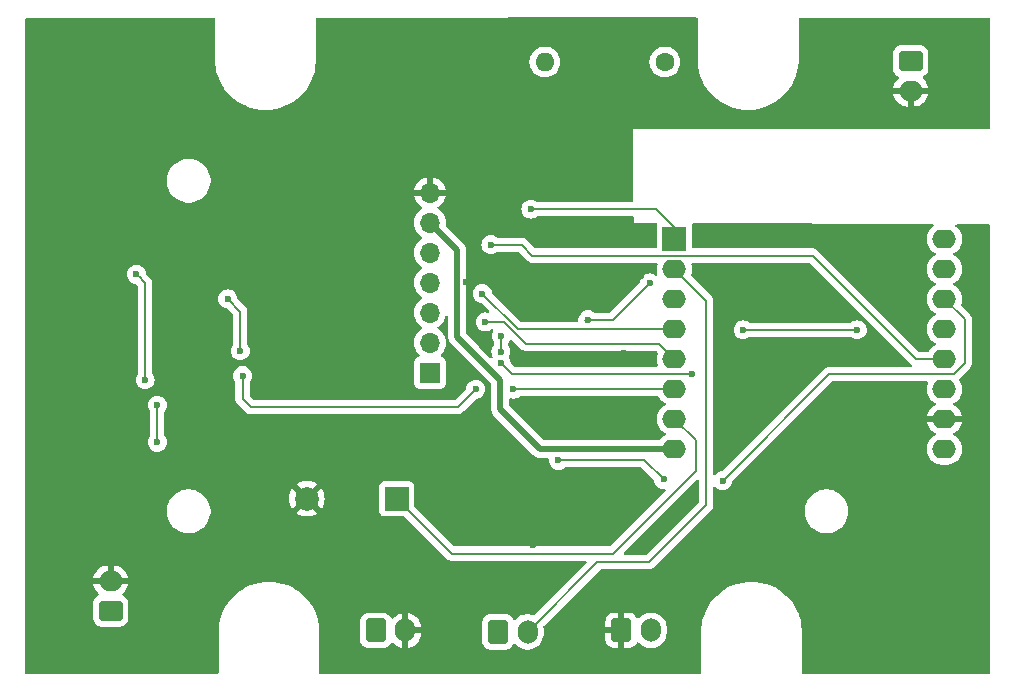
<source format=gbr>
%TF.GenerationSoftware,KiCad,Pcbnew,8.0.7*%
%TF.CreationDate,2025-02-17T10:06:14+01:00*%
%TF.ProjectId,Mail-box,4d61696c-2d62-46f7-982e-6b696361645f,rev?*%
%TF.SameCoordinates,Original*%
%TF.FileFunction,Copper,L2,Bot*%
%TF.FilePolarity,Positive*%
%FSLAX46Y46*%
G04 Gerber Fmt 4.6, Leading zero omitted, Abs format (unit mm)*
G04 Created by KiCad (PCBNEW 8.0.7) date 2025-02-17 10:06:14*
%MOMM*%
%LPD*%
G01*
G04 APERTURE LIST*
G04 Aperture macros list*
%AMRoundRect*
0 Rectangle with rounded corners*
0 $1 Rounding radius*
0 $2 $3 $4 $5 $6 $7 $8 $9 X,Y pos of 4 corners*
0 Add a 4 corners polygon primitive as box body*
4,1,4,$2,$3,$4,$5,$6,$7,$8,$9,$2,$3,0*
0 Add four circle primitives for the rounded corners*
1,1,$1+$1,$2,$3*
1,1,$1+$1,$4,$5*
1,1,$1+$1,$6,$7*
1,1,$1+$1,$8,$9*
0 Add four rect primitives between the rounded corners*
20,1,$1+$1,$2,$3,$4,$5,0*
20,1,$1+$1,$4,$5,$6,$7,0*
20,1,$1+$1,$6,$7,$8,$9,0*
20,1,$1+$1,$8,$9,$2,$3,0*%
G04 Aperture macros list end*
%TA.AperFunction,ComponentPad*%
%ADD10RoundRect,0.250000X-0.600000X-0.750000X0.600000X-0.750000X0.600000X0.750000X-0.600000X0.750000X0*%
%TD*%
%TA.AperFunction,ComponentPad*%
%ADD11O,1.700000X2.000000*%
%TD*%
%TA.AperFunction,ComponentPad*%
%ADD12RoundRect,0.250000X0.750000X-0.600000X0.750000X0.600000X-0.750000X0.600000X-0.750000X-0.600000X0*%
%TD*%
%TA.AperFunction,ComponentPad*%
%ADD13O,2.000000X1.700000*%
%TD*%
%TA.AperFunction,ComponentPad*%
%ADD14R,2.000000X2.000000*%
%TD*%
%TA.AperFunction,ComponentPad*%
%ADD15O,2.000000X1.600000*%
%TD*%
%TA.AperFunction,ComponentPad*%
%ADD16RoundRect,0.250000X-0.750000X0.600000X-0.750000X-0.600000X0.750000X-0.600000X0.750000X0.600000X0*%
%TD*%
%TA.AperFunction,ComponentPad*%
%ADD17R,1.700000X1.700000*%
%TD*%
%TA.AperFunction,ComponentPad*%
%ADD18O,1.700000X1.700000*%
%TD*%
%TA.AperFunction,ComponentPad*%
%ADD19C,2.000000*%
%TD*%
%TA.AperFunction,ComponentPad*%
%ADD20C,1.600000*%
%TD*%
%TA.AperFunction,ComponentPad*%
%ADD21O,1.600000X1.600000*%
%TD*%
%TA.AperFunction,ViaPad*%
%ADD22C,0.600000*%
%TD*%
%TA.AperFunction,Conductor*%
%ADD23C,0.200000*%
%TD*%
%TA.AperFunction,Conductor*%
%ADD24C,0.500000*%
%TD*%
G04 APERTURE END LIST*
D10*
%TO.P,J4,1,Pin_1*%
%TO.N,GND*%
X130030000Y-122300000D03*
D11*
%TO.P,J4,2,Pin_2*%
%TO.N,Net-(J4-Pin_2)*%
X132530000Y-122300000D03*
%TD*%
D12*
%TO.P,J1,1,Pin_1*%
%TO.N,Net-(J1-Pin_1)*%
X86782500Y-120630000D03*
D13*
%TO.P,J1,2,Pin_2*%
%TO.N,GND*%
X86782500Y-118130000D03*
%TD*%
D14*
%TO.P,U3,1,~{RST}*%
%TO.N,Net-(Q1-D)*%
X134525000Y-89180000D03*
D15*
%TO.P,U3,2,A0*%
%TO.N,A0*%
X134525000Y-91720000D03*
%TO.P,U3,3,D0*%
%TO.N,D0*%
X134525000Y-94260000D03*
%TO.P,U3,4,SCK/D5*%
%TO.N,Net-(U3-SCK{slash}D5)*%
X134525000Y-96800000D03*
%TO.P,U3,5,MISO/D6*%
%TO.N,Net-(U3-MISO{slash}D6)*%
X134525000Y-99340000D03*
%TO.P,U3,6,MOSI/D7*%
%TO.N,TRIG-EN*%
X134525000Y-101880000D03*
%TO.P,U3,7,CS/D8*%
%TO.N,Buzzer*%
X134525000Y-104420000D03*
%TO.P,U3,8,3V3*%
%TO.N,3V1*%
X134525000Y-106960000D03*
%TO.P,U3,9,5V*%
%TO.N,unconnected-(U3-5V-Pad9)*%
X157385000Y-106960000D03*
%TO.P,U3,10,GND*%
%TO.N,GND*%
X157385000Y-104420000D03*
%TO.P,U3,11,D4*%
%TO.N,unconnected-(U3-D4-Pad11)*%
X157385000Y-101880000D03*
%TO.P,U3,12,D3*%
%TO.N,Net-(U3-D3)*%
X157385000Y-99340000D03*
%TO.P,U3,13,SDA/D2*%
%TO.N,Net-(U3-SDA{slash}D2)*%
X157385000Y-96800000D03*
%TO.P,U3,14,SCL/D1*%
%TO.N,Net-(U3-SCL{slash}D1)*%
X157385000Y-94260000D03*
%TO.P,U3,15,RX*%
%TO.N,unconnected-(U3-RX-Pad15)*%
X157385000Y-91720000D03*
%TO.P,U3,16,TX*%
%TO.N,unconnected-(U3-TX-Pad16)*%
X157385000Y-89180000D03*
%TD*%
D16*
%TO.P,J5,1,Pin_1*%
%TO.N,Net-(J5-Pin_1)*%
X154520000Y-74120000D03*
D13*
%TO.P,J5,2,Pin_2*%
%TO.N,GND*%
X154520000Y-76620000D03*
%TD*%
D17*
%TO.P,U5,1,M0*%
%TO.N,Net-(U3-SCL{slash}D1)*%
X113820000Y-100490000D03*
D18*
%TO.P,U5,2,M1*%
%TO.N,Net-(U3-SDA{slash}D2)*%
X113820000Y-97950000D03*
%TO.P,U5,3,RxD*%
%TO.N,Net-(U3-MISO{slash}D6)*%
X113820000Y-95410000D03*
%TO.P,U5,4,TxD*%
%TO.N,Net-(U3-SCK{slash}D5)*%
X113820000Y-92870000D03*
%TO.P,U5,5,AUX*%
%TO.N,Net-(U3-D3)*%
X113820000Y-90330000D03*
%TO.P,U5,6,VCC*%
%TO.N,3V1*%
X113820000Y-87790000D03*
%TO.P,U5,7,GND*%
%TO.N,GND*%
X113820000Y-85250000D03*
%TD*%
D14*
%TO.P,BZ1,1,+*%
%TO.N,Buzzer*%
X111000000Y-111150000D03*
D19*
%TO.P,BZ1,2,-*%
%TO.N,GND*%
X103400000Y-111150000D03*
%TD*%
D20*
%TO.P,F1,1*%
%TO.N,Net-(J5-Pin_1)*%
X133710000Y-74180000D03*
D21*
%TO.P,F1,2*%
%TO.N,Net-(Q2-D)*%
X123550000Y-74180000D03*
%TD*%
D10*
%TO.P,J3,1,Pin_1*%
%TO.N,3V1*%
X119590000Y-122430000D03*
D11*
%TO.P,J3,2,Pin_2*%
%TO.N,A0*%
X122090000Y-122430000D03*
%TD*%
D10*
%TO.P,J2,1,Pin_1*%
%TO.N,Net-(J2-Pin_1)*%
X109240000Y-122310000D03*
D11*
%TO.P,J2,2,Pin_2*%
%TO.N,GND*%
X111740000Y-122310000D03*
%TD*%
D22*
%TO.N,GND*%
X118230000Y-97550000D03*
X110800000Y-74670000D03*
X87200000Y-93220000D03*
X98360000Y-78830000D03*
X82070000Y-85690000D03*
X130280000Y-108830000D03*
X108950000Y-78890000D03*
X118560000Y-103160000D03*
X83880000Y-94940000D03*
X88250000Y-78830000D03*
X82190000Y-81100000D03*
X128450000Y-103690000D03*
X114340000Y-79070000D03*
X102090000Y-92410000D03*
X125080000Y-99470000D03*
X120430000Y-112000000D03*
X145170000Y-95810000D03*
X106380000Y-98850000D03*
X153430000Y-91560000D03*
X140940000Y-113850000D03*
X122540000Y-115080000D03*
X122170000Y-99730000D03*
X91080000Y-96460000D03*
X110440000Y-91620000D03*
X98960000Y-95900000D03*
X98360000Y-81280000D03*
X136940000Y-89090000D03*
X122520000Y-109530000D03*
X113880000Y-76470000D03*
X104410000Y-78770000D03*
X131680000Y-92260000D03*
X93340000Y-78950000D03*
X133920000Y-112940000D03*
X93400000Y-81400000D03*
X108950000Y-81520000D03*
X88250000Y-81340000D03*
X115870000Y-82570000D03*
X117830000Y-81030000D03*
X124670000Y-112060000D03*
X91120000Y-99530000D03*
X114410000Y-81710000D03*
X84030000Y-83180000D03*
X110770000Y-78320000D03*
X141800000Y-108280000D03*
X94530000Y-95880000D03*
X118710000Y-84640000D03*
X117010000Y-88850000D03*
X138800000Y-99460000D03*
X107810000Y-76520000D03*
X84080000Y-97670000D03*
X104360000Y-81220000D03*
X136960000Y-117590000D03*
X130280000Y-98850000D03*
X98870000Y-92860000D03*
X79930000Y-85690000D03*
X116890000Y-92850000D03*
%TO.N,3V1*%
X132410000Y-92890000D03*
X127210000Y-96000000D03*
%TO.N,Net-(Q1-D)*%
X122365000Y-86635000D03*
%TO.N,Net-(Q1-G)*%
X96690000Y-94240000D03*
X97760000Y-98630000D03*
%TO.N,TRIG-EN*%
X117700000Y-101880000D03*
X120890000Y-101880000D03*
X97950000Y-100740000D03*
%TO.N,Net-(U4-FB)*%
X119830000Y-98700000D03*
X119860000Y-97410000D03*
%TO.N,Net-(U3-MISO{slash}D6)*%
X118500000Y-96190000D03*
%TO.N,Net-(U3-SDA{slash}D2)*%
X135970000Y-100590000D03*
X140340000Y-96860000D03*
X150005000Y-96865000D03*
X119850000Y-99690000D03*
%TO.N,Net-(U3-D3)*%
X118980000Y-89650000D03*
%TO.N,Net-(U3-SCK{slash}D5)*%
X118250000Y-93790000D03*
%TO.N,Net-(U3-SCL{slash}D1)*%
X138600000Y-109620000D03*
X124700000Y-107900000D03*
X133600000Y-109520000D03*
%TO.N,Net-(JP1-B)*%
X90730000Y-103250000D03*
X90730000Y-106380000D03*
%TO.N,Net-(JP1-A)*%
X89710000Y-101090000D03*
X88970000Y-92150000D03*
%TD*%
D23*
%TO.N,Buzzer*%
X129320000Y-115800000D02*
X115650000Y-115800000D01*
X115650000Y-115800000D02*
X111000000Y-111150000D01*
X136320000Y-108800000D02*
X129320000Y-115800000D01*
X136320000Y-106215000D02*
X136320000Y-108800000D01*
X134525000Y-104420000D02*
X136320000Y-106215000D01*
D24*
%TO.N,3V1*%
X119760000Y-101120000D02*
X116130000Y-97490000D01*
D23*
X132410000Y-92890000D02*
X129300000Y-96000000D01*
D24*
X123170000Y-106960000D02*
X119760000Y-103550000D01*
X119760000Y-103550000D02*
X119760000Y-101120000D01*
X116130000Y-90100000D02*
X113820000Y-87790000D01*
X116130000Y-97490000D02*
X116130000Y-90100000D01*
D23*
X129300000Y-96000000D02*
X127210000Y-96000000D01*
D24*
X134525000Y-106960000D02*
X123170000Y-106960000D01*
D23*
X126980000Y-96000000D02*
X127210000Y-96000000D01*
%TO.N,A0*%
X137190000Y-94385000D02*
X137190000Y-111690000D01*
X132350000Y-116530000D02*
X127990000Y-116530000D01*
X134525000Y-91720000D02*
X137190000Y-94385000D01*
X137190000Y-111690000D02*
X132350000Y-116530000D01*
X127990000Y-116530000D02*
X122090000Y-122430000D01*
%TO.N,Net-(Q1-D)*%
X122365000Y-86635000D02*
X122400000Y-86600000D01*
X134525000Y-88145000D02*
X134525000Y-89180000D01*
X122400000Y-86600000D02*
X132980000Y-86600000D01*
X132980000Y-86600000D02*
X134525000Y-88145000D01*
%TO.N,Net-(Q1-G)*%
X97760000Y-95310000D02*
X97760000Y-98630000D01*
X97770000Y-98640000D02*
X97780000Y-98630000D01*
X96690000Y-94240000D02*
X97760000Y-95310000D01*
X97780000Y-98630000D02*
X97760000Y-98630000D01*
%TO.N,TRIG-EN*%
X97790000Y-100780000D02*
X97910000Y-100780000D01*
X98650000Y-103400000D02*
X97950000Y-102700000D01*
X117700000Y-101880000D02*
X116180000Y-103400000D01*
X120890000Y-101880000D02*
X134525000Y-101880000D01*
X97950000Y-102700000D02*
X97950000Y-100940000D01*
X97910000Y-100780000D02*
X97950000Y-100740000D01*
X97950000Y-100940000D02*
X97790000Y-100780000D01*
X116180000Y-103400000D02*
X98650000Y-103400000D01*
%TO.N,Net-(U4-FB)*%
X119860000Y-98670000D02*
X119830000Y-98700000D01*
X119860000Y-97410000D02*
X119860000Y-98670000D01*
%TO.N,Net-(U3-MISO{slash}D6)*%
X120084314Y-96190000D02*
X121934314Y-98040000D01*
X118500000Y-96190000D02*
X120084314Y-96190000D01*
X133225000Y-98040000D02*
X134525000Y-99340000D01*
X121934314Y-98040000D02*
X133225000Y-98040000D01*
%TO.N,Net-(U3-SDA{slash}D2)*%
X140340000Y-96860000D02*
X140350000Y-96870000D01*
X150000000Y-96870000D02*
X150005000Y-96865000D01*
X120750000Y-100590000D02*
X135970000Y-100590000D01*
X140350000Y-96870000D02*
X150000000Y-96870000D01*
X119850000Y-99690000D02*
X120750000Y-100590000D01*
X149950000Y-96920000D02*
X150005000Y-96865000D01*
%TO.N,Net-(U3-D3)*%
X118980000Y-89650000D02*
X121580000Y-89650000D01*
X146220000Y-90570000D02*
X154990000Y-99340000D01*
X154990000Y-99340000D02*
X157385000Y-99340000D01*
X121580000Y-89650000D02*
X122500000Y-90570000D01*
X122500000Y-90570000D02*
X146220000Y-90570000D01*
%TO.N,Net-(U3-SCK{slash}D5)*%
X121260000Y-96800000D02*
X134525000Y-96800000D01*
X118250000Y-93790000D02*
X121260000Y-96800000D01*
%TO.N,Net-(U3-SCL{slash}D1)*%
X159080000Y-99700000D02*
X159080000Y-95955000D01*
X131980000Y-107900000D02*
X133600000Y-109520000D01*
X124700000Y-107900000D02*
X131980000Y-107900000D01*
X159080000Y-95955000D02*
X157385000Y-94260000D01*
X147610000Y-100610000D02*
X158170000Y-100610000D01*
X158170000Y-100610000D02*
X159080000Y-99700000D01*
X138600000Y-109620000D02*
X147610000Y-100610000D01*
%TO.N,Net-(JP1-B)*%
X90730000Y-106380000D02*
X90730000Y-103250000D01*
%TO.N,Net-(JP1-A)*%
X89400000Y-92600000D02*
X89690000Y-92890000D01*
X89400000Y-92580000D02*
X89400000Y-92600000D01*
X89690000Y-101070000D02*
X89710000Y-101090000D01*
X89690000Y-92950000D02*
X89690000Y-101070000D01*
X88970000Y-92150000D02*
X89400000Y-92580000D01*
X89690000Y-92890000D02*
X89690000Y-92950000D01*
%TD*%
%TA.AperFunction,Conductor*%
%TO.N,GND*%
G36*
X136435701Y-70420847D02*
G01*
X136481495Y-70473616D01*
X136492739Y-70525212D01*
X136492739Y-74040881D01*
X136492740Y-74040894D01*
X136492740Y-74168233D01*
X136515510Y-74406692D01*
X136531377Y-74572861D01*
X136531379Y-74572873D01*
X136608298Y-74971966D01*
X136608302Y-74971983D01*
X136722811Y-75361968D01*
X136722815Y-75361980D01*
X136873879Y-75739320D01*
X136873881Y-75739324D01*
X136873883Y-75739328D01*
X137060137Y-76100609D01*
X137279889Y-76442550D01*
X137531149Y-76762053D01*
X137811644Y-77056228D01*
X138118828Y-77322404D01*
X138449910Y-77558167D01*
X138449919Y-77558173D01*
X138449925Y-77558177D01*
X138801935Y-77761410D01*
X139171669Y-77930262D01*
X139171674Y-77930263D01*
X139171677Y-77930265D01*
X139286484Y-77970000D01*
X139555779Y-78063204D01*
X139950787Y-78159032D01*
X140353108Y-78216877D01*
X140353109Y-78216877D01*
X140353115Y-78216878D01*
X140759120Y-78236218D01*
X141165125Y-78216878D01*
X141567453Y-78159032D01*
X141962461Y-78063204D01*
X142346571Y-77930262D01*
X142716305Y-77761410D01*
X143068315Y-77558177D01*
X143399412Y-77322404D01*
X143706598Y-77056226D01*
X143987091Y-76762053D01*
X144238351Y-76442550D01*
X144458103Y-76100609D01*
X144644357Y-75739328D01*
X144795425Y-75361979D01*
X144909939Y-74971978D01*
X144986863Y-74572858D01*
X145025500Y-74168233D01*
X145025500Y-73965000D01*
X145025500Y-73899108D01*
X145025500Y-73469983D01*
X153019500Y-73469983D01*
X153019500Y-74770001D01*
X153019501Y-74770018D01*
X153030000Y-74872796D01*
X153030001Y-74872799D01*
X153062862Y-74971966D01*
X153085186Y-75039334D01*
X153177288Y-75188656D01*
X153301344Y-75312712D01*
X153404111Y-75376099D01*
X153456558Y-75408448D01*
X153503283Y-75460396D01*
X153514506Y-75529358D01*
X153486663Y-75593441D01*
X153479144Y-75601668D01*
X153340271Y-75740541D01*
X153215379Y-75912442D01*
X153118904Y-76101782D01*
X153053242Y-76303870D01*
X153053242Y-76303873D01*
X153042769Y-76370000D01*
X154086988Y-76370000D01*
X154054075Y-76427007D01*
X154020000Y-76554174D01*
X154020000Y-76685826D01*
X154054075Y-76812993D01*
X154086988Y-76870000D01*
X153042769Y-76870000D01*
X153053242Y-76936126D01*
X153053242Y-76936129D01*
X153118904Y-77138217D01*
X153215379Y-77327557D01*
X153340272Y-77499459D01*
X153340276Y-77499464D01*
X153490535Y-77649723D01*
X153490540Y-77649727D01*
X153662442Y-77774620D01*
X153851782Y-77871095D01*
X154053870Y-77936757D01*
X154263754Y-77970000D01*
X154270000Y-77970000D01*
X154270000Y-77053012D01*
X154327007Y-77085925D01*
X154454174Y-77120000D01*
X154585826Y-77120000D01*
X154712993Y-77085925D01*
X154770000Y-77053012D01*
X154770000Y-77970000D01*
X154776246Y-77970000D01*
X154986127Y-77936757D01*
X154986130Y-77936757D01*
X155188217Y-77871095D01*
X155377557Y-77774620D01*
X155549459Y-77649727D01*
X155549464Y-77649723D01*
X155699723Y-77499464D01*
X155699727Y-77499459D01*
X155824620Y-77327557D01*
X155921095Y-77138217D01*
X155986757Y-76936129D01*
X155986757Y-76936126D01*
X155997231Y-76870000D01*
X154953012Y-76870000D01*
X154985925Y-76812993D01*
X155020000Y-76685826D01*
X155020000Y-76554174D01*
X154985925Y-76427007D01*
X154953012Y-76370000D01*
X155997231Y-76370000D01*
X155986757Y-76303873D01*
X155986757Y-76303870D01*
X155921095Y-76101782D01*
X155824620Y-75912442D01*
X155699727Y-75740540D01*
X155699723Y-75740535D01*
X155560856Y-75601668D01*
X155527371Y-75540345D01*
X155532355Y-75470653D01*
X155574227Y-75414720D01*
X155583441Y-75408448D01*
X155589331Y-75404814D01*
X155589334Y-75404814D01*
X155738656Y-75312712D01*
X155862712Y-75188656D01*
X155954814Y-75039334D01*
X156009999Y-74872797D01*
X156020500Y-74770009D01*
X156020499Y-73469992D01*
X156009999Y-73367203D01*
X155954814Y-73200666D01*
X155862712Y-73051344D01*
X155738656Y-72927288D01*
X155589334Y-72835186D01*
X155422797Y-72780001D01*
X155422795Y-72780000D01*
X155320010Y-72769500D01*
X153719998Y-72769500D01*
X153719981Y-72769501D01*
X153617203Y-72780000D01*
X153617200Y-72780001D01*
X153450668Y-72835185D01*
X153450663Y-72835187D01*
X153301342Y-72927289D01*
X153177289Y-73051342D01*
X153085187Y-73200663D01*
X153085186Y-73200666D01*
X153030001Y-73367203D01*
X153030001Y-73367204D01*
X153030000Y-73367204D01*
X153019500Y-73469983D01*
X145025500Y-73469983D01*
X145025500Y-70539500D01*
X145045185Y-70472461D01*
X145097989Y-70426706D01*
X145149500Y-70415500D01*
X161100610Y-70415500D01*
X161167649Y-70435185D01*
X161213404Y-70487989D01*
X161224610Y-70539478D01*
X161226240Y-79769754D01*
X161206567Y-79836797D01*
X161153771Y-79882561D01*
X161102142Y-79893776D01*
X131000000Y-79869999D01*
X130999999Y-79870001D01*
X131033902Y-84356288D01*
X131045186Y-85849632D01*
X131045375Y-85874563D01*
X131026198Y-85941749D01*
X130973741Y-85987902D01*
X130921379Y-85999500D01*
X122893940Y-85999500D01*
X122827968Y-85980494D01*
X122714523Y-85909211D01*
X122544254Y-85849631D01*
X122544249Y-85849630D01*
X122365004Y-85829435D01*
X122364996Y-85829435D01*
X122185750Y-85849630D01*
X122185745Y-85849631D01*
X122015476Y-85909211D01*
X121862737Y-86005184D01*
X121735184Y-86132737D01*
X121639211Y-86285476D01*
X121579631Y-86455745D01*
X121579630Y-86455750D01*
X121559435Y-86634996D01*
X121559435Y-86635003D01*
X121579630Y-86814249D01*
X121579631Y-86814254D01*
X121639211Y-86984523D01*
X121719417Y-87112169D01*
X121735184Y-87137262D01*
X121862738Y-87264816D01*
X122015478Y-87360789D01*
X122185745Y-87420368D01*
X122185750Y-87420369D01*
X122364996Y-87440565D01*
X122365000Y-87440565D01*
X122365004Y-87440565D01*
X122544249Y-87420369D01*
X122544252Y-87420368D01*
X122544255Y-87420368D01*
X122714522Y-87360789D01*
X122867262Y-87264816D01*
X122895259Y-87236819D01*
X122956582Y-87203334D01*
X122982940Y-87200500D01*
X130932328Y-87200500D01*
X130999367Y-87220185D01*
X131045122Y-87272989D01*
X131056324Y-87323563D01*
X131059999Y-87809998D01*
X131060000Y-87810000D01*
X132948119Y-87816869D01*
X133015084Y-87836797D01*
X133060647Y-87889767D01*
X133070339Y-87958961D01*
X133063848Y-87984201D01*
X133030908Y-88072516D01*
X133025122Y-88126341D01*
X133024500Y-88132127D01*
X133024500Y-89049500D01*
X133024501Y-89845500D01*
X133004816Y-89912539D01*
X132952013Y-89958294D01*
X132900501Y-89969500D01*
X122800097Y-89969500D01*
X122733058Y-89949815D01*
X122712416Y-89933181D01*
X122067590Y-89288355D01*
X122067588Y-89288352D01*
X121948717Y-89169481D01*
X121948709Y-89169475D01*
X121846936Y-89110717D01*
X121846934Y-89110716D01*
X121811790Y-89090425D01*
X121811789Y-89090424D01*
X121782216Y-89082500D01*
X121659057Y-89049499D01*
X121500943Y-89049499D01*
X121493347Y-89049499D01*
X121493331Y-89049500D01*
X119562412Y-89049500D01*
X119495373Y-89029815D01*
X119485097Y-89022445D01*
X119482263Y-89020185D01*
X119482262Y-89020184D01*
X119425496Y-88984515D01*
X119329523Y-88924211D01*
X119159254Y-88864631D01*
X119159249Y-88864630D01*
X118980004Y-88844435D01*
X118979996Y-88844435D01*
X118800750Y-88864630D01*
X118800745Y-88864631D01*
X118630476Y-88924211D01*
X118477737Y-89020184D01*
X118350184Y-89147737D01*
X118254211Y-89300476D01*
X118194631Y-89470745D01*
X118194630Y-89470750D01*
X118174435Y-89649996D01*
X118174435Y-89650003D01*
X118194630Y-89829249D01*
X118194631Y-89829254D01*
X118254211Y-89999523D01*
X118313950Y-90094596D01*
X118350184Y-90152262D01*
X118477738Y-90279816D01*
X118630478Y-90375789D01*
X118800745Y-90435368D01*
X118800750Y-90435369D01*
X118979996Y-90455565D01*
X118980000Y-90455565D01*
X118980004Y-90455565D01*
X119159249Y-90435369D01*
X119159252Y-90435368D01*
X119159255Y-90435368D01*
X119329522Y-90375789D01*
X119482262Y-90279816D01*
X119482267Y-90279810D01*
X119485097Y-90277555D01*
X119487275Y-90276665D01*
X119488158Y-90276111D01*
X119488255Y-90276265D01*
X119549783Y-90251145D01*
X119562412Y-90250500D01*
X121279903Y-90250500D01*
X121346942Y-90270185D01*
X121367584Y-90286819D01*
X122015139Y-90934374D01*
X122015149Y-90934385D01*
X122019479Y-90938715D01*
X122019480Y-90938716D01*
X122131284Y-91050520D01*
X122131286Y-91050521D01*
X122131290Y-91050524D01*
X122268209Y-91129573D01*
X122268216Y-91129577D01*
X122380019Y-91159534D01*
X122420942Y-91170500D01*
X122420943Y-91170500D01*
X132965445Y-91170500D01*
X133032484Y-91190185D01*
X133078239Y-91242989D01*
X133088183Y-91312147D01*
X133083376Y-91332818D01*
X133056523Y-91415461D01*
X133056523Y-91415464D01*
X133024500Y-91617648D01*
X133024500Y-91822351D01*
X133056523Y-92024535D01*
X133056523Y-92024538D01*
X133084052Y-92109261D01*
X133086047Y-92179102D01*
X133049967Y-92238935D01*
X132987266Y-92269763D01*
X132917852Y-92261798D01*
X132900149Y-92252573D01*
X132759523Y-92164211D01*
X132589254Y-92104631D01*
X132589249Y-92104630D01*
X132410004Y-92084435D01*
X132409996Y-92084435D01*
X132230750Y-92104630D01*
X132230745Y-92104631D01*
X132060476Y-92164211D01*
X131907737Y-92260184D01*
X131780184Y-92387737D01*
X131684210Y-92540478D01*
X131624630Y-92710750D01*
X131614837Y-92797668D01*
X131587770Y-92862082D01*
X131579298Y-92871465D01*
X129087584Y-95363181D01*
X129026261Y-95396666D01*
X128999903Y-95399500D01*
X127792412Y-95399500D01*
X127725373Y-95379815D01*
X127715097Y-95372445D01*
X127712263Y-95370185D01*
X127712262Y-95370184D01*
X127652163Y-95332421D01*
X127559523Y-95274211D01*
X127389254Y-95214631D01*
X127389249Y-95214630D01*
X127210004Y-95194435D01*
X127209996Y-95194435D01*
X127030750Y-95214630D01*
X127030745Y-95214631D01*
X126860476Y-95274211D01*
X126707737Y-95370184D01*
X126580184Y-95497737D01*
X126484211Y-95650478D01*
X126484209Y-95650482D01*
X126481607Y-95657919D01*
X126471955Y-95678958D01*
X126420423Y-95768215D01*
X126420423Y-95768216D01*
X126379500Y-95920943D01*
X126379500Y-96075500D01*
X126359815Y-96142539D01*
X126307011Y-96188294D01*
X126255500Y-96199500D01*
X121560097Y-96199500D01*
X121493058Y-96179815D01*
X121472416Y-96163181D01*
X119080700Y-93771465D01*
X119047215Y-93710142D01*
X119045163Y-93697686D01*
X119035368Y-93610745D01*
X118975789Y-93440478D01*
X118879816Y-93287738D01*
X118752262Y-93160184D01*
X118718126Y-93138735D01*
X118599523Y-93064211D01*
X118429254Y-93004631D01*
X118429249Y-93004630D01*
X118250004Y-92984435D01*
X118249996Y-92984435D01*
X118070750Y-93004630D01*
X118070745Y-93004631D01*
X117900476Y-93064211D01*
X117747737Y-93160184D01*
X117620184Y-93287737D01*
X117524211Y-93440476D01*
X117464631Y-93610745D01*
X117464630Y-93610750D01*
X117444435Y-93789996D01*
X117444435Y-93790003D01*
X117464630Y-93969249D01*
X117464631Y-93969254D01*
X117524211Y-94139523D01*
X117613283Y-94281279D01*
X117620184Y-94292262D01*
X117747738Y-94419816D01*
X117900478Y-94515789D01*
X118070745Y-94575368D01*
X118157669Y-94585161D01*
X118222080Y-94612226D01*
X118231465Y-94620700D01*
X118812171Y-95201406D01*
X118845656Y-95262729D01*
X118840672Y-95332421D01*
X118798800Y-95388354D01*
X118733336Y-95412771D01*
X118683541Y-95406131D01*
X118679258Y-95404632D01*
X118679249Y-95404630D01*
X118500004Y-95384435D01*
X118499996Y-95384435D01*
X118320750Y-95404630D01*
X118320745Y-95404631D01*
X118150476Y-95464211D01*
X117997737Y-95560184D01*
X117870184Y-95687737D01*
X117774211Y-95840476D01*
X117714631Y-96010745D01*
X117714630Y-96010750D01*
X117694435Y-96189996D01*
X117694435Y-96190003D01*
X117714630Y-96369249D01*
X117714631Y-96369254D01*
X117774211Y-96539523D01*
X117866089Y-96685745D01*
X117870184Y-96692262D01*
X117997738Y-96819816D01*
X118069648Y-96865000D01*
X118143661Y-96911506D01*
X118150478Y-96915789D01*
X118320745Y-96975368D01*
X118320750Y-96975369D01*
X118499996Y-96995565D01*
X118500000Y-96995565D01*
X118500004Y-96995565D01*
X118679249Y-96975369D01*
X118679252Y-96975368D01*
X118679255Y-96975368D01*
X118849522Y-96915789D01*
X119002262Y-96819816D01*
X119002262Y-96819815D01*
X119008158Y-96816111D01*
X119009396Y-96818081D01*
X119063915Y-96795819D01*
X119132611Y-96808570D01*
X119183509Y-96856437D01*
X119200448Y-96924222D01*
X119181545Y-96985146D01*
X119134211Y-97060476D01*
X119074631Y-97230745D01*
X119074630Y-97230750D01*
X119054435Y-97409996D01*
X119054435Y-97410003D01*
X119074630Y-97589249D01*
X119074631Y-97589254D01*
X119134211Y-97759523D01*
X119230185Y-97912263D01*
X119232445Y-97915097D01*
X119233334Y-97917275D01*
X119233889Y-97918158D01*
X119233734Y-97918255D01*
X119258855Y-97979783D01*
X119259500Y-97992412D01*
X119259500Y-98087060D01*
X119239815Y-98154099D01*
X119223181Y-98174741D01*
X119200184Y-98197737D01*
X119104211Y-98350476D01*
X119044631Y-98520745D01*
X119044630Y-98520750D01*
X119024435Y-98699996D01*
X119024435Y-98700003D01*
X119044630Y-98879249D01*
X119044631Y-98879254D01*
X119104212Y-99049525D01*
X119116034Y-99068340D01*
X119135034Y-99135577D01*
X119114666Y-99202412D01*
X119061398Y-99247625D01*
X118992141Y-99256862D01*
X118928885Y-99227190D01*
X118923359Y-99221992D01*
X117981845Y-98280478D01*
X116916819Y-97215451D01*
X116883334Y-97154128D01*
X116880500Y-97127770D01*
X116880500Y-90026079D01*
X116851659Y-89881092D01*
X116851658Y-89881091D01*
X116851658Y-89881087D01*
X116843592Y-89861613D01*
X116795087Y-89744511D01*
X116795080Y-89744498D01*
X116712952Y-89621585D01*
X116712951Y-89621584D01*
X116608416Y-89517049D01*
X115192869Y-88101501D01*
X115159384Y-88040178D01*
X115157022Y-88003012D01*
X115157967Y-87992221D01*
X115175659Y-87790000D01*
X115155063Y-87554592D01*
X115093903Y-87326337D01*
X114994035Y-87112171D01*
X114904656Y-86984523D01*
X114858494Y-86918597D01*
X114691402Y-86751506D01*
X114691401Y-86751505D01*
X114505405Y-86621269D01*
X114461781Y-86566692D01*
X114454588Y-86497193D01*
X114486110Y-86434839D01*
X114505405Y-86418119D01*
X114691082Y-86288105D01*
X114858105Y-86121082D01*
X114993600Y-85927578D01*
X115093429Y-85713492D01*
X115093432Y-85713486D01*
X115150636Y-85500000D01*
X114253012Y-85500000D01*
X114285925Y-85442993D01*
X114320000Y-85315826D01*
X114320000Y-85184174D01*
X114285925Y-85057007D01*
X114253012Y-85000000D01*
X115150636Y-85000000D01*
X115150635Y-84999999D01*
X115093432Y-84786513D01*
X115093429Y-84786507D01*
X114993600Y-84572422D01*
X114993599Y-84572420D01*
X114858113Y-84378926D01*
X114858108Y-84378920D01*
X114691082Y-84211894D01*
X114497578Y-84076399D01*
X114283492Y-83976570D01*
X114283486Y-83976567D01*
X114070000Y-83919364D01*
X114070000Y-84816988D01*
X114012993Y-84784075D01*
X113885826Y-84750000D01*
X113754174Y-84750000D01*
X113627007Y-84784075D01*
X113570000Y-84816988D01*
X113570000Y-83919364D01*
X113569999Y-83919364D01*
X113356513Y-83976567D01*
X113356507Y-83976570D01*
X113142422Y-84076399D01*
X113142420Y-84076400D01*
X112948926Y-84211886D01*
X112948920Y-84211891D01*
X112781891Y-84378920D01*
X112781886Y-84378926D01*
X112646400Y-84572420D01*
X112646399Y-84572422D01*
X112546570Y-84786507D01*
X112546567Y-84786513D01*
X112489364Y-84999999D01*
X112489364Y-85000000D01*
X113386988Y-85000000D01*
X113354075Y-85057007D01*
X113320000Y-85184174D01*
X113320000Y-85315826D01*
X113354075Y-85442993D01*
X113386988Y-85500000D01*
X112489364Y-85500000D01*
X112546567Y-85713486D01*
X112546570Y-85713492D01*
X112646399Y-85927578D01*
X112781894Y-86121082D01*
X112948917Y-86288105D01*
X113134595Y-86418119D01*
X113178219Y-86472696D01*
X113185412Y-86542195D01*
X113153890Y-86604549D01*
X113134595Y-86621269D01*
X112948594Y-86751508D01*
X112781505Y-86918597D01*
X112645965Y-87112169D01*
X112645964Y-87112171D01*
X112546098Y-87326335D01*
X112546094Y-87326344D01*
X112484938Y-87554586D01*
X112484936Y-87554596D01*
X112464341Y-87789999D01*
X112464341Y-87790000D01*
X112484936Y-88025403D01*
X112484938Y-88025413D01*
X112546094Y-88253655D01*
X112546096Y-88253659D01*
X112546097Y-88253663D01*
X112582993Y-88332786D01*
X112645965Y-88467830D01*
X112645967Y-88467834D01*
X112781501Y-88661395D01*
X112781506Y-88661402D01*
X112948597Y-88828493D01*
X112948603Y-88828498D01*
X113134158Y-88958425D01*
X113177783Y-89013002D01*
X113184977Y-89082500D01*
X113153454Y-89144855D01*
X113134158Y-89161575D01*
X112948597Y-89291505D01*
X112781505Y-89458597D01*
X112645965Y-89652169D01*
X112645964Y-89652171D01*
X112546098Y-89866335D01*
X112546094Y-89866344D01*
X112484938Y-90094586D01*
X112484936Y-90094596D01*
X112464341Y-90329999D01*
X112464341Y-90330000D01*
X112484936Y-90565403D01*
X112484938Y-90565413D01*
X112546094Y-90793655D01*
X112546096Y-90793659D01*
X112546097Y-90793663D01*
X112582993Y-90872786D01*
X112645965Y-91007830D01*
X112645967Y-91007834D01*
X112731213Y-91129577D01*
X112773651Y-91190185D01*
X112781501Y-91201395D01*
X112781506Y-91201402D01*
X112948597Y-91368493D01*
X112948603Y-91368498D01*
X113134158Y-91498425D01*
X113177783Y-91553002D01*
X113184977Y-91622500D01*
X113153454Y-91684855D01*
X113134158Y-91701575D01*
X112948597Y-91831505D01*
X112781505Y-91998597D01*
X112645965Y-92192169D01*
X112645964Y-92192171D01*
X112546098Y-92406335D01*
X112546094Y-92406344D01*
X112484938Y-92634586D01*
X112484936Y-92634596D01*
X112464341Y-92869999D01*
X112464341Y-92870000D01*
X112484936Y-93105403D01*
X112484938Y-93105413D01*
X112546094Y-93333655D01*
X112546096Y-93333659D01*
X112546097Y-93333663D01*
X112602506Y-93454632D01*
X112645965Y-93547830D01*
X112645967Y-93547834D01*
X112745527Y-93690019D01*
X112778939Y-93737737D01*
X112781501Y-93741395D01*
X112781506Y-93741402D01*
X112948597Y-93908493D01*
X112948603Y-93908498D01*
X113134158Y-94038425D01*
X113177783Y-94093002D01*
X113184977Y-94162500D01*
X113153454Y-94224855D01*
X113134158Y-94241575D01*
X112948597Y-94371505D01*
X112781505Y-94538597D01*
X112645965Y-94732169D01*
X112645964Y-94732171D01*
X112552401Y-94932816D01*
X112548451Y-94941290D01*
X112546098Y-94946335D01*
X112546094Y-94946344D01*
X112484938Y-95174586D01*
X112484936Y-95174596D01*
X112464341Y-95409999D01*
X112464341Y-95410000D01*
X112484936Y-95645403D01*
X112484938Y-95645413D01*
X112546094Y-95873655D01*
X112546096Y-95873659D01*
X112546097Y-95873663D01*
X112632724Y-96059435D01*
X112645965Y-96087830D01*
X112645967Y-96087834D01*
X112717502Y-96189996D01*
X112771187Y-96266666D01*
X112781501Y-96281395D01*
X112781506Y-96281402D01*
X112948597Y-96448493D01*
X112948603Y-96448498D01*
X113134158Y-96578425D01*
X113177783Y-96633002D01*
X113184977Y-96702500D01*
X113153454Y-96764855D01*
X113134158Y-96781575D01*
X112948597Y-96911505D01*
X112781505Y-97078597D01*
X112645965Y-97272169D01*
X112645964Y-97272171D01*
X112546098Y-97486335D01*
X112546094Y-97486344D01*
X112484938Y-97714586D01*
X112484936Y-97714596D01*
X112464341Y-97949999D01*
X112464341Y-97950000D01*
X112484936Y-98185403D01*
X112484938Y-98185413D01*
X112546094Y-98413655D01*
X112546096Y-98413659D01*
X112546097Y-98413663D01*
X112632790Y-98599577D01*
X112645965Y-98627830D01*
X112645967Y-98627834D01*
X112712317Y-98722591D01*
X112781501Y-98821396D01*
X112781506Y-98821402D01*
X112903430Y-98943326D01*
X112936915Y-99004649D01*
X112931931Y-99074341D01*
X112890059Y-99130274D01*
X112859083Y-99147189D01*
X112727669Y-99196203D01*
X112727664Y-99196206D01*
X112612455Y-99282452D01*
X112612452Y-99282455D01*
X112526206Y-99397664D01*
X112526202Y-99397671D01*
X112475908Y-99532517D01*
X112469501Y-99592116D01*
X112469501Y-99592123D01*
X112469500Y-99592135D01*
X112469500Y-101387870D01*
X112469501Y-101387876D01*
X112475908Y-101447483D01*
X112526202Y-101582328D01*
X112526206Y-101582335D01*
X112612452Y-101697544D01*
X112612455Y-101697547D01*
X112727664Y-101783793D01*
X112727671Y-101783797D01*
X112862517Y-101834091D01*
X112862516Y-101834091D01*
X112869444Y-101834835D01*
X112922127Y-101840500D01*
X114717872Y-101840499D01*
X114777483Y-101834091D01*
X114912331Y-101783796D01*
X115027546Y-101697546D01*
X115113796Y-101582331D01*
X115164091Y-101447483D01*
X115170500Y-101387873D01*
X115170499Y-99592128D01*
X115164091Y-99532517D01*
X115130461Y-99442351D01*
X115113797Y-99397671D01*
X115113793Y-99397664D01*
X115027547Y-99282455D01*
X115027544Y-99282452D01*
X114912335Y-99196206D01*
X114912328Y-99196202D01*
X114780917Y-99147189D01*
X114724983Y-99105318D01*
X114700566Y-99039853D01*
X114715418Y-98971580D01*
X114736563Y-98943332D01*
X114858495Y-98821401D01*
X114994035Y-98627830D01*
X115093903Y-98413663D01*
X115155063Y-98185408D01*
X115175659Y-97950000D01*
X115155063Y-97714592D01*
X115093903Y-97486337D01*
X114994035Y-97272171D01*
X114965029Y-97230745D01*
X114858494Y-97078597D01*
X114691402Y-96911506D01*
X114691396Y-96911501D01*
X114505842Y-96781575D01*
X114462217Y-96726998D01*
X114455023Y-96657500D01*
X114486546Y-96595145D01*
X114505842Y-96578425D01*
X114602883Y-96510476D01*
X114691401Y-96448495D01*
X114858495Y-96281401D01*
X114994035Y-96087830D01*
X115093903Y-95873663D01*
X115135725Y-95717578D01*
X115172090Y-95657918D01*
X115234936Y-95627389D01*
X115304312Y-95635683D01*
X115358190Y-95680168D01*
X115379465Y-95746720D01*
X115379500Y-95749672D01*
X115379500Y-97563918D01*
X115379500Y-97563920D01*
X115379499Y-97563920D01*
X115408340Y-97708907D01*
X115408343Y-97708917D01*
X115464913Y-97845490D01*
X115464914Y-97845492D01*
X115464915Y-97845494D01*
X115464916Y-97845495D01*
X115497617Y-97894435D01*
X115529116Y-97941578D01*
X115547048Y-97968416D01*
X118973181Y-101394548D01*
X119006666Y-101455871D01*
X119009500Y-101482229D01*
X119009500Y-103623918D01*
X119009500Y-103623920D01*
X119009499Y-103623920D01*
X119038340Y-103768907D01*
X119038343Y-103768917D01*
X119094913Y-103905490D01*
X119094915Y-103905493D01*
X119105132Y-103920785D01*
X119105131Y-103920785D01*
X119177046Y-104028414D01*
X119177052Y-104028421D01*
X122587049Y-107438416D01*
X122691584Y-107542951D01*
X122691585Y-107542952D01*
X122814498Y-107625080D01*
X122814511Y-107625087D01*
X122951082Y-107681656D01*
X122951087Y-107681658D01*
X122951091Y-107681658D01*
X122951092Y-107681659D01*
X123096079Y-107710500D01*
X123096082Y-107710500D01*
X123777030Y-107710500D01*
X123844069Y-107730185D01*
X123889824Y-107782989D01*
X123900250Y-107848383D01*
X123894435Y-107899995D01*
X123894435Y-107900003D01*
X123914630Y-108079249D01*
X123914631Y-108079254D01*
X123974211Y-108249523D01*
X124070184Y-108402262D01*
X124197738Y-108529816D01*
X124350478Y-108625789D01*
X124520745Y-108685368D01*
X124520750Y-108685369D01*
X124699996Y-108705565D01*
X124700000Y-108705565D01*
X124700004Y-108705565D01*
X124879249Y-108685369D01*
X124879252Y-108685368D01*
X124879255Y-108685368D01*
X125049522Y-108625789D01*
X125202262Y-108529816D01*
X125202267Y-108529810D01*
X125205097Y-108527555D01*
X125207275Y-108526665D01*
X125208158Y-108526111D01*
X125208255Y-108526265D01*
X125269783Y-108501145D01*
X125282412Y-108500500D01*
X131679903Y-108500500D01*
X131746942Y-108520185D01*
X131767584Y-108536819D01*
X132769298Y-109538533D01*
X132802783Y-109599856D01*
X132804837Y-109612330D01*
X132814630Y-109699249D01*
X132874210Y-109869521D01*
X132937045Y-109969522D01*
X132970184Y-110022262D01*
X133097738Y-110149816D01*
X133250478Y-110245789D01*
X133261984Y-110249815D01*
X133420745Y-110305368D01*
X133420750Y-110305369D01*
X133599996Y-110325565D01*
X133600000Y-110325565D01*
X133636890Y-110321408D01*
X133705710Y-110333461D01*
X133757091Y-110380810D01*
X133774716Y-110448420D01*
X133752991Y-110514826D01*
X133738455Y-110532309D01*
X129107584Y-115163181D01*
X129046261Y-115196666D01*
X129019903Y-115199500D01*
X115950097Y-115199500D01*
X115883058Y-115179815D01*
X115862416Y-115163181D01*
X112536818Y-111837583D01*
X112503333Y-111776260D01*
X112500499Y-111749902D01*
X112500499Y-110102129D01*
X112500498Y-110102123D01*
X112500497Y-110102116D01*
X112494091Y-110042517D01*
X112486536Y-110022262D01*
X112443797Y-109907671D01*
X112443793Y-109907664D01*
X112357547Y-109792455D01*
X112357544Y-109792452D01*
X112242335Y-109706206D01*
X112242328Y-109706202D01*
X112107482Y-109655908D01*
X112107483Y-109655908D01*
X112047883Y-109649501D01*
X112047881Y-109649500D01*
X112047873Y-109649500D01*
X112047864Y-109649500D01*
X109952129Y-109649500D01*
X109952123Y-109649501D01*
X109892516Y-109655908D01*
X109757671Y-109706202D01*
X109757664Y-109706206D01*
X109642455Y-109792452D01*
X109642452Y-109792455D01*
X109556206Y-109907664D01*
X109556202Y-109907671D01*
X109505908Y-110042517D01*
X109499501Y-110102116D01*
X109499501Y-110102123D01*
X109499500Y-110102135D01*
X109499500Y-112197870D01*
X109499501Y-112197876D01*
X109505908Y-112257483D01*
X109556202Y-112392328D01*
X109556206Y-112392335D01*
X109642452Y-112507544D01*
X109642455Y-112507547D01*
X109757664Y-112593793D01*
X109757671Y-112593797D01*
X109892517Y-112644091D01*
X109892516Y-112644091D01*
X109899444Y-112644835D01*
X109952127Y-112650500D01*
X111599902Y-112650499D01*
X111666941Y-112670184D01*
X111687583Y-112686818D01*
X115165139Y-116164374D01*
X115165149Y-116164385D01*
X115169479Y-116168715D01*
X115169480Y-116168716D01*
X115281284Y-116280520D01*
X115368095Y-116330639D01*
X115368097Y-116330641D01*
X115406151Y-116352611D01*
X115418215Y-116359577D01*
X115570943Y-116400500D01*
X115729057Y-116400500D01*
X126970903Y-116400500D01*
X127037942Y-116420185D01*
X127083697Y-116472989D01*
X127093641Y-116542147D01*
X127064616Y-116605703D01*
X127058584Y-116612181D01*
X122687736Y-120983027D01*
X122626413Y-121016512D01*
X122561737Y-121013277D01*
X122406240Y-120962753D01*
X122244957Y-120937208D01*
X122196287Y-120929500D01*
X121983713Y-120929500D01*
X121935042Y-120937208D01*
X121773760Y-120962753D01*
X121571585Y-121028444D01*
X121382179Y-121124951D01*
X121210215Y-121249889D01*
X121071398Y-121388706D01*
X121010075Y-121422190D01*
X120940383Y-121417206D01*
X120884450Y-121375334D01*
X120878178Y-121366120D01*
X120782712Y-121211344D01*
X120658657Y-121087289D01*
X120658656Y-121087288D01*
X120543909Y-121016512D01*
X120509336Y-120995187D01*
X120509331Y-120995185D01*
X120507862Y-120994698D01*
X120342797Y-120940001D01*
X120342795Y-120940000D01*
X120240010Y-120929500D01*
X118939998Y-120929500D01*
X118939981Y-120929501D01*
X118837203Y-120940000D01*
X118837200Y-120940001D01*
X118670668Y-120995185D01*
X118670663Y-120995187D01*
X118521342Y-121087289D01*
X118397289Y-121211342D01*
X118305187Y-121360663D01*
X118305185Y-121360668D01*
X118292083Y-121400208D01*
X118250001Y-121527203D01*
X118250001Y-121527204D01*
X118250000Y-121527204D01*
X118239500Y-121629983D01*
X118239500Y-123230001D01*
X118239501Y-123230018D01*
X118250000Y-123332796D01*
X118250001Y-123332799D01*
X118295894Y-123471294D01*
X118305186Y-123499334D01*
X118397288Y-123648656D01*
X118521344Y-123772712D01*
X118670666Y-123864814D01*
X118837203Y-123919999D01*
X118939991Y-123930500D01*
X120240008Y-123930499D01*
X120342797Y-123919999D01*
X120509334Y-123864814D01*
X120658656Y-123772712D01*
X120782712Y-123648656D01*
X120874814Y-123499334D01*
X120874814Y-123499331D01*
X120878178Y-123493879D01*
X120930126Y-123447154D01*
X120999088Y-123435931D01*
X121063170Y-123463774D01*
X121071398Y-123471294D01*
X121210213Y-123610109D01*
X121382179Y-123735048D01*
X121382181Y-123735049D01*
X121382184Y-123735051D01*
X121571588Y-123831557D01*
X121773757Y-123897246D01*
X121983713Y-123930500D01*
X121983714Y-123930500D01*
X122196286Y-123930500D01*
X122196287Y-123930500D01*
X122406243Y-123897246D01*
X122608412Y-123831557D01*
X122797816Y-123735051D01*
X122911147Y-123652712D01*
X122969786Y-123610109D01*
X122969788Y-123610106D01*
X122969792Y-123610104D01*
X123120104Y-123459792D01*
X123120106Y-123459788D01*
X123120109Y-123459786D01*
X123229086Y-123309789D01*
X123245051Y-123287816D01*
X123341557Y-123098412D01*
X123407246Y-122896243D01*
X123440500Y-122686287D01*
X123440500Y-122173713D01*
X123416887Y-122024630D01*
X123425841Y-121955340D01*
X123451676Y-121917557D01*
X123869220Y-121500013D01*
X128680000Y-121500013D01*
X128680000Y-122050000D01*
X129596988Y-122050000D01*
X129564075Y-122107007D01*
X129530000Y-122234174D01*
X129530000Y-122365826D01*
X129564075Y-122492993D01*
X129596988Y-122550000D01*
X128680001Y-122550000D01*
X128680001Y-123099986D01*
X128690494Y-123202697D01*
X128745641Y-123369119D01*
X128745643Y-123369124D01*
X128837684Y-123518345D01*
X128961654Y-123642315D01*
X129110875Y-123734356D01*
X129110880Y-123734358D01*
X129277302Y-123789505D01*
X129277309Y-123789506D01*
X129380019Y-123799999D01*
X129779999Y-123799999D01*
X129780000Y-123799998D01*
X129780000Y-122733012D01*
X129837007Y-122765925D01*
X129964174Y-122800000D01*
X130095826Y-122800000D01*
X130222993Y-122765925D01*
X130280000Y-122733012D01*
X130280000Y-123799999D01*
X130679972Y-123799999D01*
X130679986Y-123799998D01*
X130782697Y-123789505D01*
X130949119Y-123734358D01*
X130949124Y-123734356D01*
X131098345Y-123642315D01*
X131222317Y-123518343D01*
X131317815Y-123363516D01*
X131369763Y-123316791D01*
X131438725Y-123305568D01*
X131502808Y-123333412D01*
X131511035Y-123340931D01*
X131650213Y-123480109D01*
X131822179Y-123605048D01*
X131822181Y-123605049D01*
X131822184Y-123605051D01*
X132011588Y-123701557D01*
X132213757Y-123767246D01*
X132423713Y-123800500D01*
X132423714Y-123800500D01*
X132636286Y-123800500D01*
X132636287Y-123800500D01*
X132846243Y-123767246D01*
X133048412Y-123701557D01*
X133237816Y-123605051D01*
X133259789Y-123589086D01*
X133409786Y-123480109D01*
X133409788Y-123480106D01*
X133409792Y-123480104D01*
X133560104Y-123329792D01*
X133560106Y-123329788D01*
X133560109Y-123329786D01*
X133685048Y-123157820D01*
X133685047Y-123157820D01*
X133685051Y-123157816D01*
X133781557Y-122968412D01*
X133847246Y-122766243D01*
X133880500Y-122556287D01*
X133880500Y-122043713D01*
X133847246Y-121833757D01*
X133781557Y-121631588D01*
X133685051Y-121442184D01*
X133685049Y-121442181D01*
X133685048Y-121442179D01*
X133560109Y-121270213D01*
X133409786Y-121119890D01*
X133237820Y-120994951D01*
X133048414Y-120898444D01*
X133048413Y-120898443D01*
X133048412Y-120898443D01*
X132846243Y-120832754D01*
X132846241Y-120832753D01*
X132846240Y-120832753D01*
X132684957Y-120807208D01*
X132636287Y-120799500D01*
X132423713Y-120799500D01*
X132375042Y-120807208D01*
X132213760Y-120832753D01*
X132011585Y-120898444D01*
X131822179Y-120994951D01*
X131650215Y-121119889D01*
X131511035Y-121259069D01*
X131449712Y-121292553D01*
X131380020Y-121287569D01*
X131324087Y-121245697D01*
X131317815Y-121236484D01*
X131222315Y-121081654D01*
X131098345Y-120957684D01*
X130949124Y-120865643D01*
X130949119Y-120865641D01*
X130782697Y-120810494D01*
X130782690Y-120810493D01*
X130679986Y-120800000D01*
X130280000Y-120800000D01*
X130280000Y-121866988D01*
X130222993Y-121834075D01*
X130095826Y-121800000D01*
X129964174Y-121800000D01*
X129837007Y-121834075D01*
X129780000Y-121866988D01*
X129780000Y-120800000D01*
X129380028Y-120800000D01*
X129380012Y-120800001D01*
X129277302Y-120810494D01*
X129110880Y-120865641D01*
X129110875Y-120865643D01*
X128961654Y-120957684D01*
X128837684Y-121081654D01*
X128745643Y-121230875D01*
X128745641Y-121230880D01*
X128690494Y-121397302D01*
X128690493Y-121397309D01*
X128680000Y-121500013D01*
X123869220Y-121500013D01*
X128202416Y-117166819D01*
X128263739Y-117133334D01*
X128290097Y-117130500D01*
X132263331Y-117130500D01*
X132263347Y-117130501D01*
X132270943Y-117130501D01*
X132429054Y-117130501D01*
X132429057Y-117130501D01*
X132581785Y-117089577D01*
X132631904Y-117060639D01*
X132718716Y-117010520D01*
X132830520Y-116898716D01*
X132830520Y-116898714D01*
X132840728Y-116888507D01*
X132840729Y-116888504D01*
X137635525Y-112093711D01*
X145544500Y-112093711D01*
X145544500Y-112336288D01*
X145576161Y-112576785D01*
X145638947Y-112811104D01*
X145731773Y-113035205D01*
X145731776Y-113035212D01*
X145853064Y-113245289D01*
X145853066Y-113245292D01*
X145853067Y-113245293D01*
X146000733Y-113437736D01*
X146000739Y-113437743D01*
X146172256Y-113609260D01*
X146172262Y-113609265D01*
X146364711Y-113756936D01*
X146574788Y-113878224D01*
X146798900Y-113971054D01*
X147033211Y-114033838D01*
X147213586Y-114057584D01*
X147273711Y-114065500D01*
X147273712Y-114065500D01*
X147516289Y-114065500D01*
X147564388Y-114059167D01*
X147756789Y-114033838D01*
X147991100Y-113971054D01*
X148215212Y-113878224D01*
X148425289Y-113756936D01*
X148617738Y-113609265D01*
X148789265Y-113437738D01*
X148936936Y-113245289D01*
X149058224Y-113035212D01*
X149151054Y-112811100D01*
X149213838Y-112576789D01*
X149245500Y-112336288D01*
X149245500Y-112093712D01*
X149213838Y-111853211D01*
X149151054Y-111618900D01*
X149058224Y-111394788D01*
X148936936Y-111184711D01*
X148789265Y-110992262D01*
X148789260Y-110992256D01*
X148617743Y-110820739D01*
X148617736Y-110820733D01*
X148425293Y-110673067D01*
X148425292Y-110673066D01*
X148425289Y-110673064D01*
X148215212Y-110551776D01*
X148215205Y-110551773D01*
X147991104Y-110458947D01*
X147873944Y-110427554D01*
X147756789Y-110396162D01*
X147756788Y-110396161D01*
X147756785Y-110396161D01*
X147516289Y-110364500D01*
X147516288Y-110364500D01*
X147273712Y-110364500D01*
X147273711Y-110364500D01*
X147033214Y-110396161D01*
X146798895Y-110458947D01*
X146574794Y-110551773D01*
X146574785Y-110551777D01*
X146364706Y-110673067D01*
X146172263Y-110820733D01*
X146172256Y-110820739D01*
X146000739Y-110992256D01*
X146000733Y-110992263D01*
X145853067Y-111184706D01*
X145731777Y-111394785D01*
X145731773Y-111394794D01*
X145638947Y-111618895D01*
X145576161Y-111853214D01*
X145544500Y-112093711D01*
X137635525Y-112093711D01*
X137670520Y-112058716D01*
X137749577Y-111921784D01*
X137790501Y-111769057D01*
X137790501Y-111610942D01*
X137790501Y-111603347D01*
X137790500Y-111603329D01*
X137790500Y-110241940D01*
X137810185Y-110174901D01*
X137862989Y-110129146D01*
X137932147Y-110119202D01*
X137995703Y-110148227D01*
X138002181Y-110154259D01*
X138097738Y-110249816D01*
X138250478Y-110345789D01*
X138394433Y-110396161D01*
X138420745Y-110405368D01*
X138420750Y-110405369D01*
X138599996Y-110425565D01*
X138600000Y-110425565D01*
X138600004Y-110425565D01*
X138779249Y-110405369D01*
X138779252Y-110405368D01*
X138779255Y-110405368D01*
X138949522Y-110345789D01*
X139102262Y-110249816D01*
X139229816Y-110122262D01*
X139325789Y-109969522D01*
X139385368Y-109799255D01*
X139395161Y-109712329D01*
X139422226Y-109647918D01*
X139430690Y-109638543D01*
X147822416Y-101246819D01*
X147883739Y-101213334D01*
X147910097Y-101210500D01*
X155864734Y-101210500D01*
X155931773Y-101230185D01*
X155977528Y-101282989D01*
X155987472Y-101352147D01*
X155980919Y-101376029D01*
X155981286Y-101376148D01*
X155979781Y-101380777D01*
X155979780Y-101380781D01*
X155968916Y-101414218D01*
X155916522Y-101575465D01*
X155884500Y-101777648D01*
X155884500Y-101982351D01*
X155916522Y-102184534D01*
X155979781Y-102379223D01*
X156072715Y-102561613D01*
X156193028Y-102727213D01*
X156337786Y-102871971D01*
X156468651Y-102967048D01*
X156503390Y-102992287D01*
X156575424Y-103028990D01*
X156596629Y-103039795D01*
X156647425Y-103087770D01*
X156664220Y-103155591D01*
X156641682Y-103221726D01*
X156596629Y-103260765D01*
X156503650Y-103308140D01*
X156338105Y-103428417D01*
X156338104Y-103428417D01*
X156193417Y-103573104D01*
X156193417Y-103573105D01*
X156073140Y-103738650D01*
X155980244Y-103920970D01*
X155917009Y-104115586D01*
X155908391Y-104170000D01*
X156951988Y-104170000D01*
X156919075Y-104227007D01*
X156885000Y-104354174D01*
X156885000Y-104485826D01*
X156919075Y-104612993D01*
X156951988Y-104670000D01*
X155908391Y-104670000D01*
X155917009Y-104724413D01*
X155980244Y-104919029D01*
X156073140Y-105101349D01*
X156193417Y-105266894D01*
X156193417Y-105266895D01*
X156338104Y-105411582D01*
X156503652Y-105531861D01*
X156596628Y-105579234D01*
X156647425Y-105627208D01*
X156664220Y-105695029D01*
X156641683Y-105761164D01*
X156596630Y-105800203D01*
X156503388Y-105847713D01*
X156337786Y-105968028D01*
X156193028Y-106112786D01*
X156072715Y-106278386D01*
X155979781Y-106460776D01*
X155916522Y-106655465D01*
X155884500Y-106857648D01*
X155884500Y-107062351D01*
X155916522Y-107264534D01*
X155979781Y-107459223D01*
X156072715Y-107641613D01*
X156193028Y-107807213D01*
X156337786Y-107951971D01*
X156492749Y-108064556D01*
X156503390Y-108072287D01*
X156619607Y-108131503D01*
X156685776Y-108165218D01*
X156685778Y-108165218D01*
X156685781Y-108165220D01*
X156790137Y-108199127D01*
X156880465Y-108228477D01*
X156981557Y-108244488D01*
X157082648Y-108260500D01*
X157082649Y-108260500D01*
X157687351Y-108260500D01*
X157687352Y-108260500D01*
X157889534Y-108228477D01*
X158084219Y-108165220D01*
X158266610Y-108072287D01*
X158414932Y-107964526D01*
X158432213Y-107951971D01*
X158432215Y-107951968D01*
X158432219Y-107951966D01*
X158576966Y-107807219D01*
X158576968Y-107807215D01*
X158576971Y-107807213D01*
X158632934Y-107730185D01*
X158697287Y-107641610D01*
X158790220Y-107459219D01*
X158853477Y-107264534D01*
X158885500Y-107062352D01*
X158885500Y-106857648D01*
X158853477Y-106655466D01*
X158790220Y-106460781D01*
X158790218Y-106460778D01*
X158790218Y-106460776D01*
X158749058Y-106379996D01*
X158697287Y-106278390D01*
X158647236Y-106209500D01*
X158576971Y-106112786D01*
X158432213Y-105968028D01*
X158266611Y-105847713D01*
X158173369Y-105800203D01*
X158122574Y-105752229D01*
X158105779Y-105684407D01*
X158128317Y-105618273D01*
X158173371Y-105579234D01*
X158266347Y-105531861D01*
X158431894Y-105411582D01*
X158431895Y-105411582D01*
X158576582Y-105266895D01*
X158576582Y-105266894D01*
X158696859Y-105101349D01*
X158789755Y-104919029D01*
X158852990Y-104724413D01*
X158861609Y-104670000D01*
X157818012Y-104670000D01*
X157850925Y-104612993D01*
X157885000Y-104485826D01*
X157885000Y-104354174D01*
X157850925Y-104227007D01*
X157818012Y-104170000D01*
X158861609Y-104170000D01*
X158852990Y-104115586D01*
X158789755Y-103920970D01*
X158696859Y-103738650D01*
X158576582Y-103573105D01*
X158576582Y-103573104D01*
X158431895Y-103428417D01*
X158266349Y-103308140D01*
X158173370Y-103260765D01*
X158122574Y-103212790D01*
X158105779Y-103144969D01*
X158128316Y-103078835D01*
X158173370Y-103039795D01*
X158173920Y-103039515D01*
X158266610Y-102992287D01*
X158349882Y-102931787D01*
X158432213Y-102871971D01*
X158432215Y-102871968D01*
X158432219Y-102871966D01*
X158576966Y-102727219D01*
X158576968Y-102727215D01*
X158576971Y-102727213D01*
X158659697Y-102613348D01*
X158697287Y-102561610D01*
X158790220Y-102379219D01*
X158853477Y-102184534D01*
X158885500Y-101982352D01*
X158885500Y-101777648D01*
X158853477Y-101575466D01*
X158790220Y-101380781D01*
X158790218Y-101380778D01*
X158790218Y-101380776D01*
X158734578Y-101271578D01*
X158697287Y-101198390D01*
X158676832Y-101170237D01*
X158647416Y-101129747D01*
X158623937Y-101063940D01*
X158638517Y-101001243D01*
X158637501Y-101000735D01*
X158637505Y-101000727D01*
X158639176Y-100998407D01*
X158639763Y-100995887D01*
X158660119Y-100969117D01*
X158660722Y-100968513D01*
X158660727Y-100968506D01*
X159438506Y-100190728D01*
X159438511Y-100190724D01*
X159448714Y-100180520D01*
X159448716Y-100180520D01*
X159560520Y-100068716D01*
X159639577Y-99931784D01*
X159680500Y-99779057D01*
X159680500Y-96044059D01*
X159680501Y-96044046D01*
X159680501Y-95875945D01*
X159680501Y-95875943D01*
X159639577Y-95723215D01*
X159594655Y-95645408D01*
X159560520Y-95586284D01*
X159448716Y-95474480D01*
X159448715Y-95474479D01*
X159444385Y-95470149D01*
X159444374Y-95470139D01*
X158830029Y-94855794D01*
X158796544Y-94794471D01*
X158799778Y-94729800D01*
X158853477Y-94564534D01*
X158885500Y-94362352D01*
X158885500Y-94157648D01*
X158853477Y-93955466D01*
X158835503Y-93900149D01*
X158799714Y-93790000D01*
X158790220Y-93760781D01*
X158790218Y-93760778D01*
X158790218Y-93760776D01*
X158746699Y-93675367D01*
X158697287Y-93578390D01*
X158654731Y-93519816D01*
X158576971Y-93412786D01*
X158432213Y-93268028D01*
X158266614Y-93147715D01*
X158208134Y-93117918D01*
X158173917Y-93100483D01*
X158123123Y-93052511D01*
X158106328Y-92984690D01*
X158128865Y-92918555D01*
X158173917Y-92879516D01*
X158266610Y-92832287D01*
X158295988Y-92810943D01*
X158432213Y-92711971D01*
X158432215Y-92711968D01*
X158432219Y-92711966D01*
X158576966Y-92567219D01*
X158576968Y-92567215D01*
X158576971Y-92567213D01*
X158629732Y-92494590D01*
X158697287Y-92401610D01*
X158790220Y-92219219D01*
X158853477Y-92024534D01*
X158885500Y-91822352D01*
X158885500Y-91617648D01*
X158853477Y-91415466D01*
X158853476Y-91415464D01*
X158790218Y-91220776D01*
X158743749Y-91129577D01*
X158697287Y-91038390D01*
X158675084Y-91007830D01*
X158576971Y-90872786D01*
X158432213Y-90728028D01*
X158266614Y-90607715D01*
X158208134Y-90577918D01*
X158173917Y-90560483D01*
X158123123Y-90512511D01*
X158106328Y-90444690D01*
X158128865Y-90378555D01*
X158173917Y-90339516D01*
X158266610Y-90292287D01*
X158323238Y-90251145D01*
X158432213Y-90171971D01*
X158432215Y-90171968D01*
X158432219Y-90171966D01*
X158576966Y-90027219D01*
X158576968Y-90027215D01*
X158576971Y-90027213D01*
X158660285Y-89912539D01*
X158697287Y-89861610D01*
X158790220Y-89679219D01*
X158853477Y-89484534D01*
X158885500Y-89282352D01*
X158885500Y-89077648D01*
X158853477Y-88875466D01*
X158849956Y-88864631D01*
X158790218Y-88680776D01*
X158756503Y-88614607D01*
X158697287Y-88498390D01*
X158675084Y-88467830D01*
X158576971Y-88332786D01*
X158432219Y-88188034D01*
X158432216Y-88188032D01*
X158357727Y-88133913D01*
X158315062Y-88078584D01*
X158309083Y-88008971D01*
X158341688Y-87947175D01*
X158402526Y-87912818D01*
X158431061Y-87909596D01*
X161104153Y-87919323D01*
X161171120Y-87939251D01*
X161216682Y-87992221D01*
X161227701Y-88043300D01*
X161234389Y-125900501D01*
X161214716Y-125967544D01*
X161161920Y-126013308D01*
X161110394Y-126024523D01*
X145435386Y-126025109D01*
X145368345Y-126005427D01*
X145322589Y-125952625D01*
X145311381Y-125901109D01*
X145311381Y-122512243D01*
X145311382Y-122512239D01*
X145311382Y-122257652D01*
X145311382Y-122257647D01*
X145272745Y-121853022D01*
X145270981Y-121843872D01*
X145195823Y-121453913D01*
X145195821Y-121453902D01*
X145081306Y-121063901D01*
X145031704Y-120940001D01*
X144930241Y-120686559D01*
X144930239Y-120686555D01*
X144930238Y-120686552D01*
X144743984Y-120325271D01*
X144625056Y-120140216D01*
X144524236Y-119983336D01*
X144272979Y-119663836D01*
X144272972Y-119663827D01*
X143992479Y-119369655D01*
X143980938Y-119359655D01*
X143685294Y-119103477D01*
X143685281Y-119103466D01*
X143354210Y-118867712D01*
X143354202Y-118867706D01*
X143002190Y-118664473D01*
X142966594Y-118648217D01*
X142632452Y-118495619D01*
X142632443Y-118495615D01*
X142248347Y-118362678D01*
X142248343Y-118362677D01*
X141853335Y-118266849D01*
X141451006Y-118209003D01*
X141451014Y-118209003D01*
X141045001Y-118189663D01*
X140638991Y-118209003D01*
X140236666Y-118266849D01*
X139841658Y-118362677D01*
X139841654Y-118362678D01*
X139457558Y-118495615D01*
X139457540Y-118495623D01*
X139087811Y-118664473D01*
X138735799Y-118867706D01*
X138735791Y-118867712D01*
X138404720Y-119103466D01*
X138404707Y-119103477D01*
X138097525Y-119369652D01*
X137817039Y-119663817D01*
X137817022Y-119663836D01*
X137565765Y-119983336D01*
X137346016Y-120325274D01*
X137159762Y-120686555D01*
X137159760Y-120686559D01*
X137008697Y-121063896D01*
X136894182Y-121453896D01*
X136894178Y-121453913D01*
X136817259Y-121853006D01*
X136817257Y-121853018D01*
X136800870Y-122024634D01*
X136779575Y-122247652D01*
X136778620Y-122257652D01*
X136778620Y-125890373D01*
X136758935Y-125957412D01*
X136706131Y-126003167D01*
X136654620Y-126014373D01*
X104575380Y-126014496D01*
X104508341Y-125994812D01*
X104462586Y-125942008D01*
X104451380Y-125890496D01*
X104451380Y-122502243D01*
X104451381Y-122502239D01*
X104451381Y-122247652D01*
X104438030Y-122107831D01*
X104412744Y-121843022D01*
X104348556Y-121509983D01*
X107889500Y-121509983D01*
X107889500Y-123110001D01*
X107889501Y-123110018D01*
X107900000Y-123212796D01*
X107900001Y-123212799D01*
X107924860Y-123287816D01*
X107955186Y-123379334D01*
X108047288Y-123528656D01*
X108171344Y-123652712D01*
X108320666Y-123744814D01*
X108487203Y-123799999D01*
X108589991Y-123810500D01*
X109890008Y-123810499D01*
X109992797Y-123799999D01*
X110159334Y-123744814D01*
X110308656Y-123652712D01*
X110432712Y-123528656D01*
X110524814Y-123379334D01*
X110524814Y-123379331D01*
X110528448Y-123373441D01*
X110580395Y-123326716D01*
X110649358Y-123315493D01*
X110713440Y-123343336D01*
X110721668Y-123350856D01*
X110860535Y-123489723D01*
X110860540Y-123489727D01*
X111032442Y-123614620D01*
X111221782Y-123711095D01*
X111423871Y-123776757D01*
X111490000Y-123787231D01*
X111490000Y-122743012D01*
X111547007Y-122775925D01*
X111674174Y-122810000D01*
X111805826Y-122810000D01*
X111932993Y-122775925D01*
X111990000Y-122743012D01*
X111990000Y-123787230D01*
X112056126Y-123776757D01*
X112056129Y-123776757D01*
X112258217Y-123711095D01*
X112447557Y-123614620D01*
X112619459Y-123489727D01*
X112619464Y-123489723D01*
X112769723Y-123339464D01*
X112769727Y-123339459D01*
X112894620Y-123167557D01*
X112991095Y-122978217D01*
X113056757Y-122776130D01*
X113056757Y-122776127D01*
X113090000Y-122566246D01*
X113090000Y-122560000D01*
X112173012Y-122560000D01*
X112205925Y-122502993D01*
X112240000Y-122375826D01*
X112240000Y-122244174D01*
X112205925Y-122117007D01*
X112173012Y-122060000D01*
X113090000Y-122060000D01*
X113090000Y-122053753D01*
X113056757Y-121843872D01*
X113056757Y-121843869D01*
X112991095Y-121641782D01*
X112894620Y-121452442D01*
X112769727Y-121280540D01*
X112769723Y-121280535D01*
X112619464Y-121130276D01*
X112619459Y-121130272D01*
X112447557Y-121005379D01*
X112258215Y-120908903D01*
X112056124Y-120843241D01*
X111990000Y-120832768D01*
X111990000Y-121876988D01*
X111932993Y-121844075D01*
X111805826Y-121810000D01*
X111674174Y-121810000D01*
X111547007Y-121844075D01*
X111490000Y-121876988D01*
X111490000Y-120832768D01*
X111489999Y-120832768D01*
X111423875Y-120843241D01*
X111221784Y-120908903D01*
X111032442Y-121005379D01*
X110860541Y-121130271D01*
X110721668Y-121269144D01*
X110660345Y-121302628D01*
X110590653Y-121297644D01*
X110534720Y-121255772D01*
X110528448Y-121246558D01*
X110522234Y-121236484D01*
X110432712Y-121091344D01*
X110308656Y-120967288D01*
X110213998Y-120908903D01*
X110159336Y-120875187D01*
X110159331Y-120875185D01*
X110130529Y-120865641D01*
X109992797Y-120820001D01*
X109992795Y-120820000D01*
X109890010Y-120809500D01*
X108589998Y-120809500D01*
X108589981Y-120809501D01*
X108487203Y-120820000D01*
X108487200Y-120820001D01*
X108320668Y-120875185D01*
X108320663Y-120875187D01*
X108171342Y-120967289D01*
X108047289Y-121091342D01*
X107955187Y-121240663D01*
X107955185Y-121240668D01*
X107942146Y-121280018D01*
X107900001Y-121407203D01*
X107900001Y-121407204D01*
X107900000Y-121407204D01*
X107889500Y-121509983D01*
X104348556Y-121509983D01*
X104335820Y-121443902D01*
X104221305Y-121053901D01*
X104070237Y-120676552D01*
X103883984Y-120315271D01*
X103664232Y-119973330D01*
X103412972Y-119653827D01*
X103132478Y-119359654D01*
X102825292Y-119093476D01*
X102707307Y-119009459D01*
X102494209Y-118857712D01*
X102494200Y-118857706D01*
X102142190Y-118654472D01*
X102128493Y-118648217D01*
X101794350Y-118495619D01*
X101772460Y-118485622D01*
X101772442Y-118485614D01*
X101388346Y-118352677D01*
X101388342Y-118352676D01*
X100993334Y-118256848D01*
X100591005Y-118199002D01*
X100591013Y-118199002D01*
X100185000Y-118179662D01*
X99778990Y-118199002D01*
X99376665Y-118256848D01*
X98981657Y-118352676D01*
X98981653Y-118352677D01*
X98597557Y-118485614D01*
X98597539Y-118485622D01*
X98227809Y-118654472D01*
X97875799Y-118857706D01*
X97875790Y-118857712D01*
X97544708Y-119093475D01*
X97237521Y-119359655D01*
X97237519Y-119359657D01*
X96957037Y-119653817D01*
X96957028Y-119653826D01*
X96882843Y-119748161D01*
X96705768Y-119973330D01*
X96705765Y-119973334D01*
X96705760Y-119973341D01*
X96486014Y-120315274D01*
X96299761Y-120676556D01*
X96299759Y-120676560D01*
X96148696Y-121053896D01*
X96034181Y-121443896D01*
X96034177Y-121443913D01*
X95957258Y-121843006D01*
X95957256Y-121843018D01*
X95941981Y-122002993D01*
X95932049Y-122107007D01*
X95918619Y-122247652D01*
X95918619Y-125881094D01*
X95898934Y-125948133D01*
X95846130Y-125993888D01*
X95794763Y-126005094D01*
X79689644Y-126023775D01*
X79622582Y-126004168D01*
X79576765Y-125951417D01*
X79565500Y-125899775D01*
X79565500Y-119979983D01*
X85282000Y-119979983D01*
X85282000Y-121280001D01*
X85282001Y-121280018D01*
X85292500Y-121382796D01*
X85292501Y-121382799D01*
X85334646Y-121509983D01*
X85347686Y-121549334D01*
X85439788Y-121698656D01*
X85563844Y-121822712D01*
X85713166Y-121914814D01*
X85879703Y-121969999D01*
X85982491Y-121980500D01*
X87582508Y-121980499D01*
X87685297Y-121969999D01*
X87851834Y-121914814D01*
X88001156Y-121822712D01*
X88125212Y-121698656D01*
X88217314Y-121549334D01*
X88272499Y-121382797D01*
X88283000Y-121280009D01*
X88282999Y-119979992D01*
X88282318Y-119973330D01*
X88272499Y-119877203D01*
X88272498Y-119877200D01*
X88217314Y-119710666D01*
X88125212Y-119561344D01*
X88001156Y-119437288D01*
X87851834Y-119345186D01*
X87851832Y-119345185D01*
X87845940Y-119341551D01*
X87799216Y-119289603D01*
X87787993Y-119220641D01*
X87815837Y-119156558D01*
X87823356Y-119148330D01*
X87962228Y-119009458D01*
X88087120Y-118837557D01*
X88183595Y-118648217D01*
X88249257Y-118446129D01*
X88249257Y-118446126D01*
X88259731Y-118380000D01*
X87215512Y-118380000D01*
X87248425Y-118322993D01*
X87282500Y-118195826D01*
X87282500Y-118064174D01*
X87248425Y-117937007D01*
X87215512Y-117880000D01*
X88259731Y-117880000D01*
X88249257Y-117813873D01*
X88249257Y-117813870D01*
X88183595Y-117611782D01*
X88087120Y-117422442D01*
X87962227Y-117250540D01*
X87962223Y-117250535D01*
X87811964Y-117100276D01*
X87811959Y-117100272D01*
X87640057Y-116975379D01*
X87450717Y-116878904D01*
X87248629Y-116813242D01*
X87038746Y-116780000D01*
X87032500Y-116780000D01*
X87032500Y-117696988D01*
X86975493Y-117664075D01*
X86848326Y-117630000D01*
X86716674Y-117630000D01*
X86589507Y-117664075D01*
X86532500Y-117696988D01*
X86532500Y-116780000D01*
X86526254Y-116780000D01*
X86316372Y-116813242D01*
X86316369Y-116813242D01*
X86114282Y-116878904D01*
X85924942Y-116975379D01*
X85753040Y-117100272D01*
X85753035Y-117100276D01*
X85602776Y-117250535D01*
X85602772Y-117250540D01*
X85477879Y-117422442D01*
X85381404Y-117611782D01*
X85315742Y-117813870D01*
X85315742Y-117813873D01*
X85305269Y-117880000D01*
X86349488Y-117880000D01*
X86316575Y-117937007D01*
X86282500Y-118064174D01*
X86282500Y-118195826D01*
X86316575Y-118322993D01*
X86349488Y-118380000D01*
X85305269Y-118380000D01*
X85315742Y-118446126D01*
X85315742Y-118446129D01*
X85381404Y-118648217D01*
X85477879Y-118837557D01*
X85602772Y-119009459D01*
X85602776Y-119009464D01*
X85741643Y-119148331D01*
X85775128Y-119209654D01*
X85770144Y-119279346D01*
X85728272Y-119335279D01*
X85719059Y-119341551D01*
X85563842Y-119437289D01*
X85439789Y-119561342D01*
X85347687Y-119710663D01*
X85347686Y-119710666D01*
X85292501Y-119877203D01*
X85292501Y-119877204D01*
X85292500Y-119877204D01*
X85282000Y-119979983D01*
X79565500Y-119979983D01*
X79565500Y-112093711D01*
X91544500Y-112093711D01*
X91544500Y-112336288D01*
X91576161Y-112576785D01*
X91638947Y-112811104D01*
X91731773Y-113035205D01*
X91731776Y-113035212D01*
X91853064Y-113245289D01*
X91853066Y-113245292D01*
X91853067Y-113245293D01*
X92000733Y-113437736D01*
X92000739Y-113437743D01*
X92172256Y-113609260D01*
X92172262Y-113609265D01*
X92364711Y-113756936D01*
X92574788Y-113878224D01*
X92798900Y-113971054D01*
X93033211Y-114033838D01*
X93213586Y-114057584D01*
X93273711Y-114065500D01*
X93273712Y-114065500D01*
X93516289Y-114065500D01*
X93564388Y-114059167D01*
X93756789Y-114033838D01*
X93991100Y-113971054D01*
X94215212Y-113878224D01*
X94425289Y-113756936D01*
X94617738Y-113609265D01*
X94789265Y-113437738D01*
X94936936Y-113245289D01*
X95058224Y-113035212D01*
X95151054Y-112811100D01*
X95213838Y-112576789D01*
X95245500Y-112336288D01*
X95245500Y-112093712D01*
X95213838Y-111853211D01*
X95151054Y-111618900D01*
X95058224Y-111394788D01*
X94936936Y-111184711D01*
X94910297Y-111149994D01*
X101894859Y-111149994D01*
X101894859Y-111150005D01*
X101915385Y-111397729D01*
X101915387Y-111397738D01*
X101976412Y-111638717D01*
X102076267Y-111866367D01*
X102176562Y-112019881D01*
X102917037Y-111279408D01*
X102934075Y-111342993D01*
X102999901Y-111457007D01*
X103092993Y-111550099D01*
X103207007Y-111615925D01*
X103270591Y-111632962D01*
X102529943Y-112373609D01*
X102576768Y-112410055D01*
X102576771Y-112410057D01*
X102795385Y-112528364D01*
X102795396Y-112528369D01*
X103030506Y-112609083D01*
X103275707Y-112650000D01*
X103524293Y-112650000D01*
X103769493Y-112609083D01*
X104004603Y-112528369D01*
X104004614Y-112528364D01*
X104223230Y-112410056D01*
X104223236Y-112410051D01*
X104270055Y-112373610D01*
X104270056Y-112373609D01*
X103529408Y-111632962D01*
X103592993Y-111615925D01*
X103707007Y-111550099D01*
X103800099Y-111457007D01*
X103865925Y-111342993D01*
X103882962Y-111279409D01*
X104623435Y-112019882D01*
X104723733Y-111866364D01*
X104823587Y-111638717D01*
X104884612Y-111397738D01*
X104884614Y-111397729D01*
X104905141Y-111150005D01*
X104905141Y-111149994D01*
X104884614Y-110902270D01*
X104884612Y-110902261D01*
X104823587Y-110661282D01*
X104723732Y-110433632D01*
X104623435Y-110280116D01*
X103882962Y-111020590D01*
X103865925Y-110957007D01*
X103800099Y-110842993D01*
X103707007Y-110749901D01*
X103592993Y-110684075D01*
X103529409Y-110667037D01*
X104270055Y-109926389D01*
X104270055Y-109926388D01*
X104223236Y-109889947D01*
X104223231Y-109889944D01*
X104004614Y-109771635D01*
X104004603Y-109771630D01*
X103769493Y-109690916D01*
X103524293Y-109650000D01*
X103275707Y-109650000D01*
X103030506Y-109690916D01*
X102795396Y-109771630D01*
X102795385Y-109771635D01*
X102576770Y-109889943D01*
X102529943Y-109926389D01*
X103270591Y-110667037D01*
X103207007Y-110684075D01*
X103092993Y-110749901D01*
X102999901Y-110842993D01*
X102934075Y-110957007D01*
X102917037Y-111020591D01*
X102176563Y-110280117D01*
X102076267Y-110433633D01*
X102076265Y-110433637D01*
X101976412Y-110661282D01*
X101915387Y-110902261D01*
X101915385Y-110902270D01*
X101894859Y-111149994D01*
X94910297Y-111149994D01*
X94789265Y-110992262D01*
X94789260Y-110992256D01*
X94617743Y-110820739D01*
X94617736Y-110820733D01*
X94425293Y-110673067D01*
X94425292Y-110673066D01*
X94425289Y-110673064D01*
X94215212Y-110551776D01*
X94215205Y-110551773D01*
X93991104Y-110458947D01*
X93873944Y-110427554D01*
X93756789Y-110396162D01*
X93756788Y-110396161D01*
X93756785Y-110396161D01*
X93516289Y-110364500D01*
X93516288Y-110364500D01*
X93273712Y-110364500D01*
X93273711Y-110364500D01*
X93033214Y-110396161D01*
X92798895Y-110458947D01*
X92574794Y-110551773D01*
X92574785Y-110551777D01*
X92364706Y-110673067D01*
X92172263Y-110820733D01*
X92172256Y-110820739D01*
X92000739Y-110992256D01*
X92000733Y-110992263D01*
X91853067Y-111184706D01*
X91731777Y-111394785D01*
X91731773Y-111394794D01*
X91638947Y-111618895D01*
X91576161Y-111853214D01*
X91544500Y-112093711D01*
X79565500Y-112093711D01*
X79565500Y-103249996D01*
X89924435Y-103249996D01*
X89924435Y-103250003D01*
X89944630Y-103429249D01*
X89944631Y-103429254D01*
X90004211Y-103599523D01*
X90100185Y-103752263D01*
X90102445Y-103755097D01*
X90103334Y-103757275D01*
X90103889Y-103758158D01*
X90103734Y-103758255D01*
X90128855Y-103819783D01*
X90129500Y-103832412D01*
X90129500Y-105797587D01*
X90109815Y-105864626D01*
X90102450Y-105874896D01*
X90100186Y-105877734D01*
X90004211Y-106030476D01*
X89944631Y-106200745D01*
X89944630Y-106200750D01*
X89924435Y-106379996D01*
X89924435Y-106380003D01*
X89944630Y-106559249D01*
X89944631Y-106559254D01*
X90004211Y-106729523D01*
X90084718Y-106857648D01*
X90100184Y-106882262D01*
X90227738Y-107009816D01*
X90380478Y-107105789D01*
X90550745Y-107165368D01*
X90550750Y-107165369D01*
X90729996Y-107185565D01*
X90730000Y-107185565D01*
X90730004Y-107185565D01*
X90909249Y-107165369D01*
X90909252Y-107165368D01*
X90909255Y-107165368D01*
X91079522Y-107105789D01*
X91232262Y-107009816D01*
X91359816Y-106882262D01*
X91455789Y-106729522D01*
X91515368Y-106559255D01*
X91515369Y-106559249D01*
X91535565Y-106380003D01*
X91535565Y-106379996D01*
X91515369Y-106200750D01*
X91515368Y-106200745D01*
X91455788Y-106030476D01*
X91359813Y-105877734D01*
X91357550Y-105874896D01*
X91356659Y-105872715D01*
X91356111Y-105871842D01*
X91356264Y-105871745D01*
X91331144Y-105810209D01*
X91330500Y-105797587D01*
X91330500Y-103832412D01*
X91350185Y-103765373D01*
X91357555Y-103755097D01*
X91359810Y-103752267D01*
X91359816Y-103752262D01*
X91455789Y-103599522D01*
X91515368Y-103429255D01*
X91515369Y-103429249D01*
X91535565Y-103250003D01*
X91535565Y-103249996D01*
X91515369Y-103070750D01*
X91515368Y-103070745D01*
X91455788Y-102900476D01*
X91392340Y-102799500D01*
X91359816Y-102747738D01*
X91232262Y-102620184D01*
X91179374Y-102586952D01*
X91079523Y-102524211D01*
X90909254Y-102464631D01*
X90909249Y-102464630D01*
X90730004Y-102444435D01*
X90729996Y-102444435D01*
X90550750Y-102464630D01*
X90550745Y-102464631D01*
X90380476Y-102524211D01*
X90227737Y-102620184D01*
X90100184Y-102747737D01*
X90004211Y-102900476D01*
X89944631Y-103070745D01*
X89944630Y-103070750D01*
X89924435Y-103249996D01*
X79565500Y-103249996D01*
X79565500Y-92149996D01*
X88164435Y-92149996D01*
X88164435Y-92150003D01*
X88184630Y-92329249D01*
X88184631Y-92329254D01*
X88244211Y-92499523D01*
X88311511Y-92606630D01*
X88340184Y-92652262D01*
X88467738Y-92779816D01*
X88620478Y-92875789D01*
X88790745Y-92935368D01*
X88855126Y-92942621D01*
X88919537Y-92969686D01*
X88928923Y-92978159D01*
X89031284Y-93080520D01*
X89031285Y-93080520D01*
X89038352Y-93087587D01*
X89038351Y-93087587D01*
X89038355Y-93087590D01*
X89053181Y-93102416D01*
X89086666Y-93163739D01*
X89089500Y-93190097D01*
X89089500Y-100537187D01*
X89070494Y-100603159D01*
X88984211Y-100740476D01*
X88924631Y-100910745D01*
X88924630Y-100910750D01*
X88904435Y-101089996D01*
X88904435Y-101090003D01*
X88924630Y-101269249D01*
X88924631Y-101269254D01*
X88984211Y-101439523D01*
X89073942Y-101582328D01*
X89080184Y-101592262D01*
X89207738Y-101719816D01*
X89360478Y-101815789D01*
X89491013Y-101861465D01*
X89530745Y-101875368D01*
X89530750Y-101875369D01*
X89709996Y-101895565D01*
X89710000Y-101895565D01*
X89710004Y-101895565D01*
X89889249Y-101875369D01*
X89889252Y-101875368D01*
X89889255Y-101875368D01*
X90059522Y-101815789D01*
X90212262Y-101719816D01*
X90339816Y-101592262D01*
X90435789Y-101439522D01*
X90495368Y-101269255D01*
X90498090Y-101245097D01*
X90515565Y-101090003D01*
X90515565Y-101089996D01*
X90495369Y-100910750D01*
X90495368Y-100910745D01*
X90435788Y-100740476D01*
X90435486Y-100739996D01*
X97144435Y-100739996D01*
X97144435Y-100740003D01*
X97164630Y-100919249D01*
X97164631Y-100919254D01*
X97224211Y-101089523D01*
X97320185Y-101242263D01*
X97322445Y-101245097D01*
X97323334Y-101247275D01*
X97323889Y-101248158D01*
X97323734Y-101248255D01*
X97348855Y-101309783D01*
X97349500Y-101322412D01*
X97349500Y-102613330D01*
X97349499Y-102613348D01*
X97349499Y-102779054D01*
X97349498Y-102779054D01*
X97390423Y-102931786D01*
X97390424Y-102931787D01*
X97410782Y-102967048D01*
X97452782Y-103039795D01*
X97469481Y-103068717D01*
X97588349Y-103187585D01*
X97588355Y-103187590D01*
X98165139Y-103764374D01*
X98165149Y-103764385D01*
X98169479Y-103768715D01*
X98169480Y-103768716D01*
X98281284Y-103880520D01*
X98281286Y-103880521D01*
X98281290Y-103880524D01*
X98351346Y-103920970D01*
X98418216Y-103959577D01*
X98530019Y-103989534D01*
X98570942Y-104000500D01*
X98570943Y-104000500D01*
X116093331Y-104000500D01*
X116093347Y-104000501D01*
X116100943Y-104000501D01*
X116259054Y-104000501D01*
X116259057Y-104000501D01*
X116411785Y-103959577D01*
X116478981Y-103920781D01*
X116548716Y-103880520D01*
X116660520Y-103768716D01*
X116660520Y-103768714D01*
X116670724Y-103758511D01*
X116670728Y-103758506D01*
X117718535Y-102710698D01*
X117779856Y-102677215D01*
X117792311Y-102675163D01*
X117879255Y-102665368D01*
X118049522Y-102605789D01*
X118202262Y-102509816D01*
X118329816Y-102382262D01*
X118425789Y-102229522D01*
X118485368Y-102059255D01*
X118494033Y-101982351D01*
X118505565Y-101880003D01*
X118505565Y-101879996D01*
X118485369Y-101700750D01*
X118485368Y-101700745D01*
X118447408Y-101592262D01*
X118425789Y-101530478D01*
X118329816Y-101377738D01*
X118202262Y-101250184D01*
X118143616Y-101213334D01*
X118049523Y-101154211D01*
X117879254Y-101094631D01*
X117879249Y-101094630D01*
X117700004Y-101074435D01*
X117699996Y-101074435D01*
X117520750Y-101094630D01*
X117520745Y-101094631D01*
X117350476Y-101154211D01*
X117197737Y-101250184D01*
X117070184Y-101377737D01*
X116974210Y-101530478D01*
X116914630Y-101700750D01*
X116904837Y-101787668D01*
X116877770Y-101852082D01*
X116869298Y-101861465D01*
X115967584Y-102763181D01*
X115906261Y-102796666D01*
X115879903Y-102799500D01*
X98950097Y-102799500D01*
X98883058Y-102779815D01*
X98862416Y-102763181D01*
X98586819Y-102487584D01*
X98553334Y-102426261D01*
X98550500Y-102399903D01*
X98550500Y-101322412D01*
X98570185Y-101255373D01*
X98577555Y-101245097D01*
X98579810Y-101242267D01*
X98579816Y-101242262D01*
X98675789Y-101089522D01*
X98735368Y-100919255D01*
X98735369Y-100919249D01*
X98755565Y-100740003D01*
X98755565Y-100739996D01*
X98735369Y-100560750D01*
X98735368Y-100560745D01*
X98727125Y-100537187D01*
X98675789Y-100390478D01*
X98579816Y-100237738D01*
X98452262Y-100110184D01*
X98400122Y-100077422D01*
X98299523Y-100014211D01*
X98129254Y-99954631D01*
X98129249Y-99954630D01*
X97950004Y-99934435D01*
X97949996Y-99934435D01*
X97770750Y-99954630D01*
X97770745Y-99954631D01*
X97600476Y-100014211D01*
X97447737Y-100110184D01*
X97320184Y-100237737D01*
X97224211Y-100390476D01*
X97164631Y-100560745D01*
X97164630Y-100560750D01*
X97144435Y-100739996D01*
X90435486Y-100739996D01*
X90396582Y-100678080D01*
X90339816Y-100587738D01*
X90326819Y-100574741D01*
X90293334Y-100513418D01*
X90290500Y-100487060D01*
X90290500Y-94239996D01*
X95884435Y-94239996D01*
X95884435Y-94240001D01*
X95904630Y-94419249D01*
X95904631Y-94419254D01*
X95964211Y-94589523D01*
X96007703Y-94658739D01*
X96060184Y-94742262D01*
X96187738Y-94869816D01*
X96340478Y-94965789D01*
X96510745Y-95025368D01*
X96597669Y-95035161D01*
X96662080Y-95062226D01*
X96671465Y-95070700D01*
X97123181Y-95522416D01*
X97156666Y-95583739D01*
X97159500Y-95610097D01*
X97159500Y-98047587D01*
X97139815Y-98114626D01*
X97132450Y-98124896D01*
X97130186Y-98127734D01*
X97034211Y-98280476D01*
X96974631Y-98450745D01*
X96974630Y-98450750D01*
X96954435Y-98629996D01*
X96954435Y-98630003D01*
X96974630Y-98809249D01*
X96974631Y-98809254D01*
X97034211Y-98979523D01*
X97078195Y-99049522D01*
X97130184Y-99132262D01*
X97257738Y-99259816D01*
X97293763Y-99282452D01*
X97386110Y-99340478D01*
X97410478Y-99355789D01*
X97530150Y-99397664D01*
X97580745Y-99415368D01*
X97580750Y-99415369D01*
X97759996Y-99435565D01*
X97760000Y-99435565D01*
X97760004Y-99435565D01*
X97939249Y-99415369D01*
X97939252Y-99415368D01*
X97939255Y-99415368D01*
X98109522Y-99355789D01*
X98262262Y-99259816D01*
X98389816Y-99132262D01*
X98485789Y-98979522D01*
X98545368Y-98809255D01*
X98546053Y-98803176D01*
X98565565Y-98630003D01*
X98565565Y-98629996D01*
X98545369Y-98450750D01*
X98545368Y-98450745D01*
X98485788Y-98280476D01*
X98452635Y-98227713D01*
X98389816Y-98127738D01*
X98389814Y-98127736D01*
X98389813Y-98127734D01*
X98387550Y-98124896D01*
X98386659Y-98122715D01*
X98386111Y-98121842D01*
X98386264Y-98121745D01*
X98361144Y-98060209D01*
X98360500Y-98047587D01*
X98360500Y-95399060D01*
X98360501Y-95399047D01*
X98360501Y-95230944D01*
X98347687Y-95183121D01*
X98319577Y-95078216D01*
X98294719Y-95035160D01*
X98240524Y-94941290D01*
X98240518Y-94941282D01*
X97884396Y-94585160D01*
X97520699Y-94221464D01*
X97487215Y-94160142D01*
X97485163Y-94147686D01*
X97475368Y-94060745D01*
X97415789Y-93890478D01*
X97319816Y-93737738D01*
X97192262Y-93610184D01*
X97039523Y-93514211D01*
X96869254Y-93454631D01*
X96869249Y-93454630D01*
X96690004Y-93434435D01*
X96689996Y-93434435D01*
X96510750Y-93454630D01*
X96510745Y-93454631D01*
X96340476Y-93514211D01*
X96187737Y-93610184D01*
X96060184Y-93737737D01*
X95964211Y-93890476D01*
X95904631Y-94060745D01*
X95904630Y-94060750D01*
X95884435Y-94239996D01*
X90290500Y-94239996D01*
X90290500Y-92979059D01*
X90290501Y-92979046D01*
X90290501Y-92810945D01*
X90290501Y-92810943D01*
X90249577Y-92658215D01*
X90246140Y-92652262D01*
X90219795Y-92606630D01*
X90219795Y-92606631D01*
X90170522Y-92521287D01*
X90170521Y-92521286D01*
X90170520Y-92521284D01*
X90058716Y-92409480D01*
X90058715Y-92409479D01*
X90054385Y-92405149D01*
X90054374Y-92405139D01*
X89919385Y-92270150D01*
X89899676Y-92244465D01*
X89896808Y-92239497D01*
X89896808Y-92239496D01*
X89880521Y-92211286D01*
X89880520Y-92211284D01*
X89800700Y-92131464D01*
X89767215Y-92070141D01*
X89765163Y-92057684D01*
X89755368Y-91970745D01*
X89695789Y-91800478D01*
X89599816Y-91647738D01*
X89472262Y-91520184D01*
X89319523Y-91424211D01*
X89149254Y-91364631D01*
X89149249Y-91364630D01*
X88970004Y-91344435D01*
X88969996Y-91344435D01*
X88790750Y-91364630D01*
X88790745Y-91364631D01*
X88620476Y-91424211D01*
X88467737Y-91520184D01*
X88340184Y-91647737D01*
X88244211Y-91800476D01*
X88184631Y-91970745D01*
X88184630Y-91970750D01*
X88164435Y-92149996D01*
X79565500Y-92149996D01*
X79565500Y-84113711D01*
X91544500Y-84113711D01*
X91544500Y-84356288D01*
X91576161Y-84596785D01*
X91638947Y-84831104D01*
X91685293Y-84942993D01*
X91731776Y-85055212D01*
X91853064Y-85265289D01*
X91853066Y-85265292D01*
X91853067Y-85265293D01*
X92000733Y-85457736D01*
X92000739Y-85457743D01*
X92172256Y-85629260D01*
X92172262Y-85629265D01*
X92364711Y-85776936D01*
X92574788Y-85898224D01*
X92798900Y-85991054D01*
X93033211Y-86053838D01*
X93213586Y-86077584D01*
X93273711Y-86085500D01*
X93273712Y-86085500D01*
X93516289Y-86085500D01*
X93564388Y-86079167D01*
X93756789Y-86053838D01*
X93991100Y-85991054D01*
X94215212Y-85898224D01*
X94425289Y-85776936D01*
X94617738Y-85629265D01*
X94789265Y-85457738D01*
X94936936Y-85265289D01*
X95058224Y-85055212D01*
X95151054Y-84831100D01*
X95213838Y-84596789D01*
X95245500Y-84356288D01*
X95245500Y-84113712D01*
X95213838Y-83873211D01*
X95151054Y-83638900D01*
X95058224Y-83414788D01*
X94936936Y-83204711D01*
X94789265Y-83012262D01*
X94789260Y-83012256D01*
X94617743Y-82840739D01*
X94617736Y-82840733D01*
X94425293Y-82693067D01*
X94425292Y-82693066D01*
X94425289Y-82693064D01*
X94215212Y-82571776D01*
X94215205Y-82571773D01*
X93991104Y-82478947D01*
X93756785Y-82416161D01*
X93516289Y-82384500D01*
X93516288Y-82384500D01*
X93273712Y-82384500D01*
X93273711Y-82384500D01*
X93033214Y-82416161D01*
X92798895Y-82478947D01*
X92574794Y-82571773D01*
X92574785Y-82571777D01*
X92364706Y-82693067D01*
X92172263Y-82840733D01*
X92172256Y-82840739D01*
X92000739Y-83012256D01*
X92000733Y-83012263D01*
X91853067Y-83204706D01*
X91731777Y-83414785D01*
X91731773Y-83414794D01*
X91638947Y-83638895D01*
X91576161Y-83873214D01*
X91544500Y-84113711D01*
X79565500Y-84113711D01*
X79565500Y-70539500D01*
X79585185Y-70472461D01*
X79637989Y-70426706D01*
X79689500Y-70415500D01*
X95504620Y-70415500D01*
X95571659Y-70435185D01*
X95617414Y-70487989D01*
X95628620Y-70539500D01*
X95628620Y-74055001D01*
X95628621Y-74055014D01*
X95628621Y-74182353D01*
X95642927Y-74332170D01*
X95667258Y-74586981D01*
X95667260Y-74586993D01*
X95744179Y-74986086D01*
X95744183Y-74986103D01*
X95858692Y-75376088D01*
X95858696Y-75376100D01*
X96009760Y-75753440D01*
X96009762Y-75753444D01*
X96009764Y-75753448D01*
X96196018Y-76114729D01*
X96342043Y-76341949D01*
X96406695Y-76442550D01*
X96415770Y-76456670D01*
X96667030Y-76776173D01*
X96947525Y-77070348D01*
X97254709Y-77336524D01*
X97585791Y-77572287D01*
X97585800Y-77572293D01*
X97585806Y-77572297D01*
X97937816Y-77775530D01*
X98307550Y-77944382D01*
X98307555Y-77944383D01*
X98307558Y-77944385D01*
X98381568Y-77970000D01*
X98691660Y-78077324D01*
X99086668Y-78173152D01*
X99488989Y-78230997D01*
X99488990Y-78230997D01*
X99488996Y-78230998D01*
X99895001Y-78250338D01*
X100301006Y-78230998D01*
X100703334Y-78173152D01*
X101098342Y-78077324D01*
X101482452Y-77944382D01*
X101852186Y-77775530D01*
X102204196Y-77572297D01*
X102535293Y-77336524D01*
X102842479Y-77070346D01*
X103122972Y-76776173D01*
X103374232Y-76456670D01*
X103593984Y-76114729D01*
X103780238Y-75753448D01*
X103931306Y-75376099D01*
X104045820Y-74986098D01*
X104122744Y-74586978D01*
X104161381Y-74182353D01*
X104161381Y-74179998D01*
X122244532Y-74179998D01*
X122244532Y-74180001D01*
X122264364Y-74406686D01*
X122264366Y-74406697D01*
X122323258Y-74626488D01*
X122323261Y-74626497D01*
X122419431Y-74832732D01*
X122419432Y-74832734D01*
X122549954Y-75019141D01*
X122710858Y-75180045D01*
X122710861Y-75180047D01*
X122897266Y-75310568D01*
X123103504Y-75406739D01*
X123103509Y-75406740D01*
X123103511Y-75406741D01*
X123156415Y-75420916D01*
X123323308Y-75465635D01*
X123485230Y-75479801D01*
X123549998Y-75485468D01*
X123550000Y-75485468D01*
X123550002Y-75485468D01*
X123606673Y-75480509D01*
X123776692Y-75465635D01*
X123996496Y-75406739D01*
X124202734Y-75310568D01*
X124389139Y-75180047D01*
X124550047Y-75019139D01*
X124680568Y-74832734D01*
X124776739Y-74626496D01*
X124835635Y-74406692D01*
X124855468Y-74180000D01*
X124855468Y-74179998D01*
X132404532Y-74179998D01*
X132404532Y-74180001D01*
X132424364Y-74406686D01*
X132424366Y-74406697D01*
X132483258Y-74626488D01*
X132483261Y-74626497D01*
X132579431Y-74832732D01*
X132579432Y-74832734D01*
X132709954Y-75019141D01*
X132870858Y-75180045D01*
X132870861Y-75180047D01*
X133057266Y-75310568D01*
X133263504Y-75406739D01*
X133263509Y-75406740D01*
X133263511Y-75406741D01*
X133316415Y-75420916D01*
X133483308Y-75465635D01*
X133645230Y-75479801D01*
X133709998Y-75485468D01*
X133710000Y-75485468D01*
X133710002Y-75485468D01*
X133766673Y-75480509D01*
X133936692Y-75465635D01*
X134156496Y-75406739D01*
X134362734Y-75310568D01*
X134549139Y-75180047D01*
X134710047Y-75019139D01*
X134840568Y-74832734D01*
X134936739Y-74626496D01*
X134995635Y-74406692D01*
X135015468Y-74180000D01*
X134995635Y-73953308D01*
X134936739Y-73733504D01*
X134840568Y-73527266D01*
X134710047Y-73340861D01*
X134710045Y-73340858D01*
X134549141Y-73179954D01*
X134362734Y-73049432D01*
X134362732Y-73049431D01*
X134156497Y-72953261D01*
X134156488Y-72953258D01*
X133936697Y-72894366D01*
X133936693Y-72894365D01*
X133936692Y-72894365D01*
X133936691Y-72894364D01*
X133936686Y-72894364D01*
X133710002Y-72874532D01*
X133709998Y-72874532D01*
X133483313Y-72894364D01*
X133483302Y-72894366D01*
X133263511Y-72953258D01*
X133263502Y-72953261D01*
X133057267Y-73049431D01*
X133057265Y-73049432D01*
X132870858Y-73179954D01*
X132709954Y-73340858D01*
X132579432Y-73527265D01*
X132579431Y-73527267D01*
X132483261Y-73733502D01*
X132483258Y-73733511D01*
X132424366Y-73953302D01*
X132424364Y-73953313D01*
X132404532Y-74179998D01*
X124855468Y-74179998D01*
X124835635Y-73953308D01*
X124776739Y-73733504D01*
X124680568Y-73527266D01*
X124550047Y-73340861D01*
X124550045Y-73340858D01*
X124389141Y-73179954D01*
X124202734Y-73049432D01*
X124202732Y-73049431D01*
X123996497Y-72953261D01*
X123996488Y-72953258D01*
X123776697Y-72894366D01*
X123776693Y-72894365D01*
X123776692Y-72894365D01*
X123776691Y-72894364D01*
X123776686Y-72894364D01*
X123550002Y-72874532D01*
X123549998Y-72874532D01*
X123323313Y-72894364D01*
X123323302Y-72894366D01*
X123103511Y-72953258D01*
X123103502Y-72953261D01*
X122897267Y-73049431D01*
X122897265Y-73049432D01*
X122710858Y-73179954D01*
X122549954Y-73340858D01*
X122419432Y-73527265D01*
X122419431Y-73527267D01*
X122323261Y-73733502D01*
X122323258Y-73733511D01*
X122264366Y-73953302D01*
X122264364Y-73953313D01*
X122244532Y-74179998D01*
X104161381Y-74179998D01*
X104161381Y-73979120D01*
X104161381Y-73913228D01*
X104161381Y-70549162D01*
X104181066Y-70482123D01*
X104233870Y-70436368D01*
X104285285Y-70425162D01*
X136368648Y-70401212D01*
X136435701Y-70420847D01*
G37*
%TD.AperFunction*%
%TA.AperFunction,Conductor*%
G36*
X136508834Y-109562915D02*
G01*
X136564767Y-109604787D01*
X136589184Y-109670251D01*
X136589500Y-109679097D01*
X136589500Y-111389902D01*
X136569815Y-111456941D01*
X136553181Y-111477583D01*
X132137584Y-115893181D01*
X132076261Y-115926666D01*
X132049903Y-115929500D01*
X130339097Y-115929500D01*
X130272058Y-115909815D01*
X130226303Y-115857011D01*
X130216359Y-115787853D01*
X130245384Y-115724297D01*
X130251416Y-115717819D01*
X136377819Y-109591416D01*
X136439142Y-109557931D01*
X136508834Y-109562915D01*
G37*
%TD.AperFunction*%
%TA.AperFunction,Conductor*%
G36*
X145986942Y-91190185D02*
G01*
X146007584Y-91206819D01*
X154505139Y-99704374D01*
X154505149Y-99704385D01*
X154509479Y-99708715D01*
X154509480Y-99708716D01*
X154598584Y-99797820D01*
X154632068Y-99859141D01*
X154627084Y-99928833D01*
X154585213Y-99984767D01*
X154519749Y-100009184D01*
X154510902Y-100009500D01*
X147530942Y-100009500D01*
X147378213Y-100050423D01*
X147346531Y-100068716D01*
X147346530Y-100068716D01*
X147241287Y-100129477D01*
X147241282Y-100129481D01*
X147129478Y-100241286D01*
X138581465Y-108789298D01*
X138520142Y-108822783D01*
X138507668Y-108824837D01*
X138420750Y-108834630D01*
X138250478Y-108894210D01*
X138097737Y-108990184D01*
X138002181Y-109085741D01*
X137940858Y-109119226D01*
X137871166Y-109114242D01*
X137815233Y-109072370D01*
X137790816Y-109006906D01*
X137790500Y-108998060D01*
X137790500Y-96859996D01*
X139534435Y-96859996D01*
X139534435Y-96860003D01*
X139554630Y-97039249D01*
X139554631Y-97039254D01*
X139614211Y-97209523D01*
X139653576Y-97272171D01*
X139710184Y-97362262D01*
X139837738Y-97489816D01*
X139928080Y-97546582D01*
X139955670Y-97563918D01*
X139990478Y-97585789D01*
X140160745Y-97645368D01*
X140160750Y-97645369D01*
X140339996Y-97665565D01*
X140340000Y-97665565D01*
X140340004Y-97665565D01*
X140519249Y-97645369D01*
X140519252Y-97645368D01*
X140519255Y-97645368D01*
X140689522Y-97585789D01*
X140842262Y-97489816D01*
X140842262Y-97489815D01*
X140842755Y-97489506D01*
X140908727Y-97470500D01*
X149428857Y-97470500D01*
X149495896Y-97490185D01*
X149499629Y-97492862D01*
X149502736Y-97494814D01*
X149502738Y-97494816D01*
X149601456Y-97556844D01*
X149653036Y-97589255D01*
X149655478Y-97590789D01*
X149811456Y-97645368D01*
X149825745Y-97650368D01*
X149825750Y-97650369D01*
X150004996Y-97670565D01*
X150005000Y-97670565D01*
X150005004Y-97670565D01*
X150184249Y-97650369D01*
X150184252Y-97650368D01*
X150184255Y-97650368D01*
X150354522Y-97590789D01*
X150507262Y-97494816D01*
X150634816Y-97367262D01*
X150730789Y-97214522D01*
X150790368Y-97044255D01*
X150790369Y-97044249D01*
X150810565Y-96865003D01*
X150810565Y-96864996D01*
X150790369Y-96685750D01*
X150790368Y-96685745D01*
X150752815Y-96578425D01*
X150730789Y-96515478D01*
X150727647Y-96510478D01*
X150634815Y-96362737D01*
X150507262Y-96235184D01*
X150354523Y-96139211D01*
X150184254Y-96079631D01*
X150184249Y-96079630D01*
X150005004Y-96059435D01*
X150004996Y-96059435D01*
X149825750Y-96079630D01*
X149825745Y-96079631D01*
X149655476Y-96139211D01*
X149502737Y-96235184D01*
X149497295Y-96239525D01*
X149496029Y-96237937D01*
X149443418Y-96266666D01*
X149417060Y-96269500D01*
X140932940Y-96269500D01*
X140865901Y-96249815D01*
X140845259Y-96233181D01*
X140842262Y-96230184D01*
X140689523Y-96134211D01*
X140519254Y-96074631D01*
X140519249Y-96074630D01*
X140340004Y-96054435D01*
X140339996Y-96054435D01*
X140160750Y-96074630D01*
X140160745Y-96074631D01*
X139990476Y-96134211D01*
X139837737Y-96230184D01*
X139710184Y-96357737D01*
X139614211Y-96510476D01*
X139554631Y-96680745D01*
X139554630Y-96680750D01*
X139534435Y-96859996D01*
X137790500Y-96859996D01*
X137790500Y-94305945D01*
X137790499Y-94305941D01*
X137776172Y-94252471D01*
X137772831Y-94240000D01*
X137749577Y-94153215D01*
X137696189Y-94060745D01*
X137670520Y-94016284D01*
X137558716Y-93904480D01*
X137558715Y-93904479D01*
X137554385Y-93900149D01*
X137554374Y-93900139D01*
X135970029Y-92315794D01*
X135936544Y-92254471D01*
X135939778Y-92189800D01*
X135993477Y-92024534D01*
X136025500Y-91822352D01*
X136025500Y-91617648D01*
X135993477Y-91415466D01*
X135993476Y-91415462D01*
X135993476Y-91415461D01*
X135966624Y-91332818D01*
X135964629Y-91262977D01*
X136000710Y-91203144D01*
X136063411Y-91172316D01*
X136084555Y-91170500D01*
X145919903Y-91170500D01*
X145986942Y-91190185D01*
G37*
%TD.AperFunction*%
%TA.AperFunction,Conductor*%
G36*
X133162437Y-102500185D02*
G01*
X133205883Y-102548205D01*
X133212715Y-102561614D01*
X133333028Y-102727213D01*
X133477786Y-102871971D01*
X133608651Y-102967048D01*
X133643390Y-102992287D01*
X133734840Y-103038883D01*
X133736080Y-103039515D01*
X133786876Y-103087490D01*
X133803671Y-103155311D01*
X133781134Y-103221446D01*
X133736080Y-103260485D01*
X133643386Y-103307715D01*
X133477786Y-103428028D01*
X133333028Y-103572786D01*
X133212715Y-103738386D01*
X133119781Y-103920776D01*
X133056522Y-104115465D01*
X133024500Y-104317648D01*
X133024500Y-104522351D01*
X133056522Y-104724534D01*
X133119781Y-104919223D01*
X133212715Y-105101613D01*
X133333028Y-105267213D01*
X133477786Y-105411971D01*
X133632749Y-105524556D01*
X133643390Y-105532287D01*
X133734840Y-105578883D01*
X133736080Y-105579515D01*
X133786876Y-105627490D01*
X133803671Y-105695311D01*
X133781134Y-105761446D01*
X133736080Y-105800485D01*
X133643386Y-105847715D01*
X133477786Y-105968028D01*
X133333032Y-106112782D01*
X133333028Y-106112787D01*
X133299900Y-106158385D01*
X133244571Y-106201051D01*
X133199582Y-106209500D01*
X123532229Y-106209500D01*
X123465190Y-106189815D01*
X123444548Y-106173181D01*
X120546819Y-103275451D01*
X120513334Y-103214128D01*
X120510500Y-103187770D01*
X120510500Y-102770061D01*
X120530185Y-102703022D01*
X120582989Y-102657267D01*
X120652147Y-102647323D01*
X120675456Y-102653020D01*
X120710740Y-102665367D01*
X120710750Y-102665369D01*
X120889996Y-102685565D01*
X120890000Y-102685565D01*
X120890004Y-102685565D01*
X121069249Y-102665369D01*
X121069252Y-102665368D01*
X121069255Y-102665368D01*
X121239522Y-102605789D01*
X121392262Y-102509816D01*
X121392267Y-102509810D01*
X121395097Y-102507555D01*
X121397275Y-102506665D01*
X121398158Y-102506111D01*
X121398255Y-102506265D01*
X121459783Y-102481145D01*
X121472412Y-102480500D01*
X133095398Y-102480500D01*
X133162437Y-102500185D01*
G37*
%TD.AperFunction*%
%TA.AperFunction,Conductor*%
G36*
X120772733Y-97728237D02*
G01*
X120780172Y-97735093D01*
X121449453Y-98404374D01*
X121449463Y-98404385D01*
X121453793Y-98408715D01*
X121453794Y-98408716D01*
X121565598Y-98520520D01*
X121652409Y-98570639D01*
X121652411Y-98570641D01*
X121690465Y-98592611D01*
X121702529Y-98599577D01*
X121855257Y-98640500D01*
X132924902Y-98640500D01*
X132991941Y-98660185D01*
X133012583Y-98676819D01*
X133079969Y-98744205D01*
X133113454Y-98805528D01*
X133110219Y-98870204D01*
X133056523Y-99035461D01*
X133056523Y-99035464D01*
X133024500Y-99237648D01*
X133024500Y-99442351D01*
X133056522Y-99644534D01*
X133097929Y-99771970D01*
X133113704Y-99820520D01*
X133115869Y-99827181D01*
X133117864Y-99897023D01*
X133081784Y-99956856D01*
X133019083Y-99987684D01*
X132997938Y-99989500D01*
X121050097Y-99989500D01*
X120983058Y-99969815D01*
X120962416Y-99953181D01*
X120680700Y-99671465D01*
X120647215Y-99610142D01*
X120645163Y-99597686D01*
X120635368Y-99510745D01*
X120575789Y-99340478D01*
X120515832Y-99245057D01*
X120496832Y-99177820D01*
X120515832Y-99113113D01*
X120540194Y-99074341D01*
X120555789Y-99049522D01*
X120615368Y-98879255D01*
X120619704Y-98840776D01*
X120635565Y-98700003D01*
X120635565Y-98699996D01*
X120615369Y-98520750D01*
X120615366Y-98520737D01*
X120555790Y-98350481D01*
X120555789Y-98350478D01*
X120511804Y-98280476D01*
X120479506Y-98229073D01*
X120460500Y-98163101D01*
X120460500Y-97992412D01*
X120480185Y-97925373D01*
X120487555Y-97915097D01*
X120489810Y-97912267D01*
X120489816Y-97912262D01*
X120585789Y-97759522D01*
X120585790Y-97759518D01*
X120587497Y-97756802D01*
X120639831Y-97710511D01*
X120708885Y-97699862D01*
X120772733Y-97728237D01*
G37*
%TD.AperFunction*%
%TA.AperFunction,Conductor*%
G36*
X156350260Y-87902024D02*
G01*
X156417226Y-87921952D01*
X156462788Y-87974922D01*
X156472480Y-88044117D01*
X156443224Y-88107566D01*
X156422693Y-88126341D01*
X156337782Y-88188032D01*
X156193028Y-88332786D01*
X156072715Y-88498386D01*
X155979781Y-88680776D01*
X155916522Y-88875465D01*
X155884500Y-89077648D01*
X155884500Y-89282351D01*
X155916522Y-89484534D01*
X155979781Y-89679223D01*
X156072715Y-89861613D01*
X156193028Y-90027213D01*
X156337786Y-90171971D01*
X156446762Y-90251145D01*
X156503390Y-90292287D01*
X156577404Y-90329999D01*
X156596080Y-90339515D01*
X156646876Y-90387490D01*
X156663671Y-90455311D01*
X156641134Y-90521446D01*
X156596080Y-90560485D01*
X156503386Y-90607715D01*
X156337786Y-90728028D01*
X156193028Y-90872786D01*
X156072715Y-91038386D01*
X155979781Y-91220776D01*
X155916522Y-91415465D01*
X155884500Y-91617648D01*
X155884500Y-91822351D01*
X155916522Y-92024534D01*
X155979781Y-92219223D01*
X156028987Y-92315794D01*
X156065644Y-92387737D01*
X156072715Y-92401613D01*
X156193028Y-92567213D01*
X156337786Y-92711971D01*
X156474012Y-92810943D01*
X156503390Y-92832287D01*
X156577404Y-92869999D01*
X156596080Y-92879515D01*
X156646876Y-92927490D01*
X156663671Y-92995311D01*
X156641134Y-93061446D01*
X156596080Y-93100485D01*
X156503386Y-93147715D01*
X156337786Y-93268028D01*
X156193028Y-93412786D01*
X156072715Y-93578386D01*
X155979781Y-93760776D01*
X155916522Y-93955465D01*
X155884500Y-94157648D01*
X155884500Y-94362351D01*
X155916522Y-94564534D01*
X155979781Y-94759223D01*
X156072715Y-94941613D01*
X156193028Y-95107213D01*
X156337786Y-95251971D01*
X156490857Y-95363181D01*
X156503390Y-95372287D01*
X156577404Y-95409999D01*
X156596080Y-95419515D01*
X156646876Y-95467490D01*
X156663671Y-95535311D01*
X156641134Y-95601446D01*
X156596080Y-95640485D01*
X156503386Y-95687715D01*
X156337786Y-95808028D01*
X156193028Y-95952786D01*
X156072715Y-96118386D01*
X155979781Y-96300776D01*
X155916522Y-96495465D01*
X155884500Y-96697648D01*
X155884500Y-96902351D01*
X155916522Y-97104534D01*
X155979781Y-97299223D01*
X156031385Y-97400500D01*
X156067052Y-97470500D01*
X156072715Y-97481613D01*
X156193028Y-97647213D01*
X156337786Y-97791971D01*
X156478821Y-97894437D01*
X156503390Y-97912287D01*
X156560877Y-97941578D01*
X156596080Y-97959515D01*
X156646876Y-98007490D01*
X156663671Y-98075311D01*
X156641134Y-98141446D01*
X156596080Y-98180485D01*
X156503386Y-98227715D01*
X156337786Y-98348028D01*
X156193028Y-98492786D01*
X156072715Y-98658385D01*
X156065883Y-98671795D01*
X156017909Y-98722591D01*
X155955398Y-98739500D01*
X155290097Y-98739500D01*
X155223058Y-98719815D01*
X155202416Y-98703181D01*
X146707590Y-90208355D01*
X146707588Y-90208352D01*
X146588717Y-90089481D01*
X146588709Y-90089475D01*
X146480878Y-90027219D01*
X146480878Y-90027220D01*
X146451783Y-90010422D01*
X146395881Y-89995443D01*
X146299057Y-89969499D01*
X146140943Y-89969499D01*
X146133347Y-89969499D01*
X146133331Y-89969500D01*
X136149500Y-89969500D01*
X136082461Y-89949815D01*
X136036706Y-89897011D01*
X136025500Y-89845500D01*
X136025499Y-88132129D01*
X136025498Y-88132123D01*
X136025497Y-88132116D01*
X136019091Y-88072517D01*
X136017299Y-88067713D01*
X135990439Y-87995697D01*
X135985455Y-87926006D01*
X136018940Y-87864683D01*
X136080263Y-87831198D01*
X136107071Y-87828365D01*
X156350260Y-87902024D01*
G37*
%TD.AperFunction*%
%TD*%
M02*

</source>
